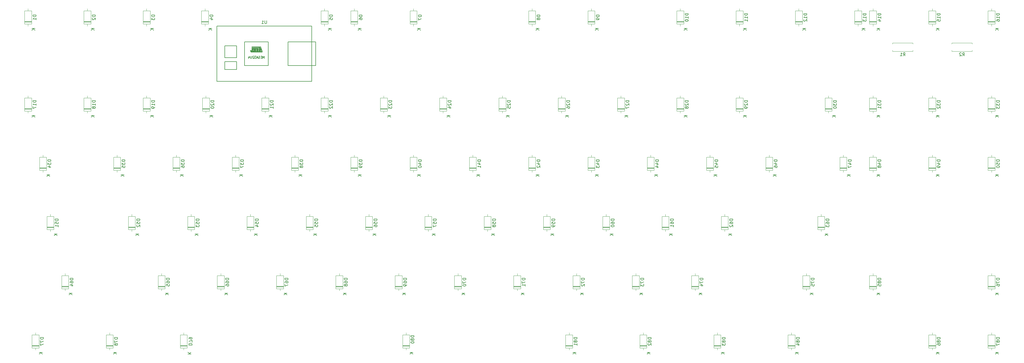
<source format=gbo>
G04 #@! TF.GenerationSoftware,KiCad,Pcbnew,(5.1.4)-1*
G04 #@! TF.CreationDate,2019-11-16T22:40:45+09:00*
G04 #@! TF.ProjectId,yurei,79757265-692e-46b6-9963-61645f706362,1.0*
G04 #@! TF.SameCoordinates,Original*
G04 #@! TF.FileFunction,Legend,Bot*
G04 #@! TF.FilePolarity,Positive*
%FSLAX46Y46*%
G04 Gerber Fmt 4.6, Leading zero omitted, Abs format (unit mm)*
G04 Created by KiCad (PCBNEW (5.1.4)-1) date 2019-11-16 22:40:45*
%MOMM*%
%LPD*%
G04 APERTURE LIST*
%ADD10C,0.100000*%
%ADD11C,0.150000*%
%ADD12C,0.120000*%
G04 APERTURE END LIST*
D10*
G36*
X130334000Y-92900500D02*
G01*
X126524000Y-92900500D01*
X126651000Y-93154500D01*
X130334000Y-93154500D01*
X130334000Y-92900500D01*
G37*
X130334000Y-92900500D02*
X126524000Y-92900500D01*
X126651000Y-93154500D01*
X130334000Y-93154500D01*
X130334000Y-92900500D01*
G36*
X129572000Y-92773500D02*
G01*
X129572000Y-91757500D01*
X129953000Y-91757500D01*
X130334000Y-92773500D01*
X130080000Y-92773500D01*
X129826000Y-92011500D01*
X129826000Y-92773500D01*
X129572000Y-92773500D01*
G37*
X129572000Y-92773500D02*
X129572000Y-91757500D01*
X129953000Y-91757500D01*
X130334000Y-92773500D01*
X130080000Y-92773500D01*
X129826000Y-92011500D01*
X129826000Y-92773500D01*
X129572000Y-92773500D01*
G36*
X126905000Y-91630500D02*
G01*
X129191000Y-91630500D01*
X129191000Y-92773500D01*
X129445000Y-92773500D01*
X129445000Y-91630500D01*
X129953000Y-91630500D01*
X129826000Y-91376500D01*
X126905000Y-91376500D01*
X126905000Y-91630500D01*
G37*
X126905000Y-91630500D02*
X129191000Y-91630500D01*
X129191000Y-92773500D01*
X129445000Y-92773500D01*
X129445000Y-91630500D01*
X129953000Y-91630500D01*
X129826000Y-91376500D01*
X126905000Y-91376500D01*
X126905000Y-91630500D01*
G36*
X128048000Y-92773500D02*
G01*
X128048000Y-91757500D01*
X129064000Y-91757500D01*
X129064000Y-92773500D01*
X128810000Y-92773500D01*
X128810000Y-92011500D01*
X128683000Y-92011500D01*
X128683000Y-92773500D01*
X128429000Y-92773500D01*
X128429000Y-92011500D01*
X128302000Y-92011500D01*
X128302000Y-92773500D01*
X128048000Y-92773500D01*
G37*
X128048000Y-92773500D02*
X128048000Y-91757500D01*
X129064000Y-91757500D01*
X129064000Y-92773500D01*
X128810000Y-92773500D01*
X128810000Y-92011500D01*
X128683000Y-92011500D01*
X128683000Y-92773500D01*
X128429000Y-92773500D01*
X128429000Y-92011500D01*
X128302000Y-92011500D01*
X128302000Y-92773500D01*
X128048000Y-92773500D01*
G36*
X127159000Y-91757500D02*
G01*
X127159000Y-92773500D01*
X126524000Y-92773500D01*
X126397000Y-92519500D01*
X126905000Y-92519500D01*
X126905000Y-91757500D01*
X127159000Y-91757500D01*
G37*
X127159000Y-91757500D02*
X127159000Y-92773500D01*
X126524000Y-92773500D01*
X126397000Y-92519500D01*
X126905000Y-92519500D01*
X126905000Y-91757500D01*
X127159000Y-91757500D01*
G36*
X127921000Y-91757500D02*
G01*
X127286000Y-91757500D01*
X127286000Y-92011500D01*
X127667000Y-92011500D01*
X127667000Y-92138500D01*
X127286000Y-92138500D01*
X127286000Y-92392500D01*
X127667000Y-92392500D01*
X127667000Y-92519500D01*
X127286000Y-92519500D01*
X127286000Y-92773500D01*
X127921000Y-92773500D01*
X127921000Y-91757500D01*
G37*
X127921000Y-91757500D02*
X127286000Y-91757500D01*
X127286000Y-92011500D01*
X127667000Y-92011500D01*
X127667000Y-92138500D01*
X127286000Y-92138500D01*
X127286000Y-92392500D01*
X127667000Y-92392500D01*
X127667000Y-92519500D01*
X127286000Y-92519500D01*
X127286000Y-92773500D01*
X127921000Y-92773500D01*
X127921000Y-91757500D01*
D11*
X146209000Y-102552500D02*
X146209000Y-84772500D01*
X115729000Y-102552500D02*
X146209000Y-102552500D01*
X115729000Y-84772500D02*
X115729000Y-102552500D01*
X146209000Y-84772500D02*
X115729000Y-84772500D01*
X138589000Y-89852500D02*
X138589000Y-97472500D01*
X147479000Y-89852500D02*
X138589000Y-89852500D01*
X147479000Y-97472500D02*
X147479000Y-89852500D01*
X138589000Y-97472500D02*
X147479000Y-97472500D01*
X132239000Y-89852500D02*
X132239000Y-97472500D01*
X124619000Y-89852500D02*
X132239000Y-89852500D01*
X124619000Y-97472500D02*
X124619000Y-89852500D01*
X132239000Y-97472500D02*
X124619000Y-97472500D01*
X118269000Y-94932500D02*
X118269000Y-91122500D01*
X122079000Y-94932500D02*
X118269000Y-94932500D01*
X122079000Y-93662500D02*
X122079000Y-94932500D01*
X122079000Y-91122500D02*
X122079000Y-93662500D01*
X118269000Y-91122500D02*
X122079000Y-91122500D01*
X118269000Y-98742500D02*
X118269000Y-96202500D01*
X122079000Y-98742500D02*
X118269000Y-98742500D01*
X122079000Y-96202500D02*
X122079000Y-98742500D01*
X118269000Y-96202500D02*
X122079000Y-96202500D01*
D12*
X358429000Y-90130000D02*
X358429000Y-90460000D01*
X351889000Y-90130000D02*
X358429000Y-90130000D01*
X351889000Y-90460000D02*
X351889000Y-90130000D01*
X358429000Y-92870000D02*
X358429000Y-92540000D01*
X351889000Y-92870000D02*
X358429000Y-92870000D01*
X351889000Y-92540000D02*
X351889000Y-92870000D01*
X339379000Y-90130000D02*
X339379000Y-90460000D01*
X332839000Y-90130000D02*
X339379000Y-90130000D01*
X332839000Y-90460000D02*
X332839000Y-90130000D01*
X339379000Y-92870000D02*
X339379000Y-92540000D01*
X332839000Y-92870000D02*
X339379000Y-92870000D01*
X332839000Y-92540000D02*
X332839000Y-92870000D01*
X365772000Y-187648000D02*
X363532000Y-187648000D01*
X365772000Y-187408000D02*
X363532000Y-187408000D01*
X365772000Y-187528000D02*
X363532000Y-187528000D01*
X364652000Y-183358000D02*
X364652000Y-184008000D01*
X364652000Y-188898000D02*
X364652000Y-188248000D01*
X365772000Y-184008000D02*
X365772000Y-188248000D01*
X363532000Y-184008000D02*
X365772000Y-184008000D01*
X363532000Y-188248000D02*
X363532000Y-184008000D01*
X365772000Y-188248000D02*
X363532000Y-188248000D01*
X346722000Y-187648000D02*
X344482000Y-187648000D01*
X346722000Y-187408000D02*
X344482000Y-187408000D01*
X346722000Y-187528000D02*
X344482000Y-187528000D01*
X345602000Y-183358000D02*
X345602000Y-184008000D01*
X345602000Y-188898000D02*
X345602000Y-188248000D01*
X346722000Y-184008000D02*
X346722000Y-188248000D01*
X344482000Y-184008000D02*
X346722000Y-184008000D01*
X344482000Y-188248000D02*
X344482000Y-184008000D01*
X346722000Y-188248000D02*
X344482000Y-188248000D01*
X327672000Y-168610000D02*
X325432000Y-168610000D01*
X327672000Y-168370000D02*
X325432000Y-168370000D01*
X327672000Y-168490000D02*
X325432000Y-168490000D01*
X326552000Y-164320000D02*
X326552000Y-164970000D01*
X326552000Y-169860000D02*
X326552000Y-169210000D01*
X327672000Y-164970000D02*
X327672000Y-169210000D01*
X325432000Y-164970000D02*
X327672000Y-164970000D01*
X325432000Y-169210000D02*
X325432000Y-164970000D01*
X327672000Y-169210000D02*
X325432000Y-169210000D01*
X301479000Y-187648000D02*
X299239000Y-187648000D01*
X301479000Y-187408000D02*
X299239000Y-187408000D01*
X301479000Y-187528000D02*
X299239000Y-187528000D01*
X300359000Y-183358000D02*
X300359000Y-184008000D01*
X300359000Y-188898000D02*
X300359000Y-188248000D01*
X301479000Y-184008000D02*
X301479000Y-188248000D01*
X299239000Y-184008000D02*
X301479000Y-184008000D01*
X299239000Y-188248000D02*
X299239000Y-184008000D01*
X301479000Y-188248000D02*
X299239000Y-188248000D01*
X277666000Y-187648000D02*
X275426000Y-187648000D01*
X277666000Y-187408000D02*
X275426000Y-187408000D01*
X277666000Y-187528000D02*
X275426000Y-187528000D01*
X276546000Y-183358000D02*
X276546000Y-184008000D01*
X276546000Y-188898000D02*
X276546000Y-188248000D01*
X277666000Y-184008000D02*
X277666000Y-188248000D01*
X275426000Y-184008000D02*
X277666000Y-184008000D01*
X275426000Y-188248000D02*
X275426000Y-184008000D01*
X277666000Y-188248000D02*
X275426000Y-188248000D01*
X253854000Y-187648000D02*
X251614000Y-187648000D01*
X253854000Y-187408000D02*
X251614000Y-187408000D01*
X253854000Y-187528000D02*
X251614000Y-187528000D01*
X252734000Y-183358000D02*
X252734000Y-184008000D01*
X252734000Y-188898000D02*
X252734000Y-188248000D01*
X253854000Y-184008000D02*
X253854000Y-188248000D01*
X251614000Y-184008000D02*
X253854000Y-184008000D01*
X251614000Y-188248000D02*
X251614000Y-184008000D01*
X253854000Y-188248000D02*
X251614000Y-188248000D01*
X230041000Y-187648000D02*
X227801000Y-187648000D01*
X230041000Y-187408000D02*
X227801000Y-187408000D01*
X230041000Y-187528000D02*
X227801000Y-187528000D01*
X228921000Y-183358000D02*
X228921000Y-184008000D01*
X228921000Y-188898000D02*
X228921000Y-188248000D01*
X230041000Y-184008000D02*
X230041000Y-188248000D01*
X227801000Y-184008000D02*
X230041000Y-184008000D01*
X227801000Y-188248000D02*
X227801000Y-184008000D01*
X230041000Y-188248000D02*
X227801000Y-188248000D01*
X177654000Y-187648000D02*
X175414000Y-187648000D01*
X177654000Y-187408000D02*
X175414000Y-187408000D01*
X177654000Y-187528000D02*
X175414000Y-187528000D01*
X176534000Y-183358000D02*
X176534000Y-184008000D01*
X176534000Y-188898000D02*
X176534000Y-188248000D01*
X177654000Y-184008000D02*
X177654000Y-188248000D01*
X175414000Y-184008000D02*
X177654000Y-184008000D01*
X175414000Y-188248000D02*
X175414000Y-184008000D01*
X177654000Y-188248000D02*
X175414000Y-188248000D01*
X106216000Y-187648000D02*
X103976000Y-187648000D01*
X106216000Y-187408000D02*
X103976000Y-187408000D01*
X106216000Y-187528000D02*
X103976000Y-187528000D01*
X105096000Y-183358000D02*
X105096000Y-184008000D01*
X105096000Y-188898000D02*
X105096000Y-188248000D01*
X106216000Y-184008000D02*
X106216000Y-188248000D01*
X103976000Y-184008000D02*
X106216000Y-184008000D01*
X103976000Y-188248000D02*
X103976000Y-184008000D01*
X106216000Y-188248000D02*
X103976000Y-188248000D01*
X82403800Y-187648000D02*
X80163800Y-187648000D01*
X82403800Y-187408000D02*
X80163800Y-187408000D01*
X82403800Y-187528000D02*
X80163800Y-187528000D01*
X81283800Y-183358000D02*
X81283800Y-184008000D01*
X81283800Y-188898000D02*
X81283800Y-188248000D01*
X82403800Y-184008000D02*
X82403800Y-188248000D01*
X80163800Y-184008000D02*
X82403800Y-184008000D01*
X80163800Y-188248000D02*
X80163800Y-184008000D01*
X82403800Y-188248000D02*
X80163800Y-188248000D01*
X58591200Y-187648000D02*
X56351200Y-187648000D01*
X58591200Y-187408000D02*
X56351200Y-187408000D01*
X58591200Y-187528000D02*
X56351200Y-187528000D01*
X57471200Y-183358000D02*
X57471200Y-184008000D01*
X57471200Y-188898000D02*
X57471200Y-188248000D01*
X58591200Y-184008000D02*
X58591200Y-188248000D01*
X56351200Y-184008000D02*
X58591200Y-184008000D01*
X56351200Y-188248000D02*
X56351200Y-184008000D01*
X58591200Y-188248000D02*
X56351200Y-188248000D01*
X365772000Y-168598000D02*
X363532000Y-168598000D01*
X365772000Y-168358000D02*
X363532000Y-168358000D01*
X365772000Y-168478000D02*
X363532000Y-168478000D01*
X364652000Y-164308000D02*
X364652000Y-164958000D01*
X364652000Y-169848000D02*
X364652000Y-169198000D01*
X365772000Y-164958000D02*
X365772000Y-169198000D01*
X363532000Y-164958000D02*
X365772000Y-164958000D01*
X363532000Y-169198000D02*
X363532000Y-164958000D01*
X365772000Y-169198000D02*
X363532000Y-169198000D01*
X306241000Y-168598000D02*
X304001000Y-168598000D01*
X306241000Y-168358000D02*
X304001000Y-168358000D01*
X306241000Y-168478000D02*
X304001000Y-168478000D01*
X305121000Y-164308000D02*
X305121000Y-164958000D01*
X305121000Y-169848000D02*
X305121000Y-169198000D01*
X306241000Y-164958000D02*
X306241000Y-169198000D01*
X304001000Y-164958000D02*
X306241000Y-164958000D01*
X304001000Y-169198000D02*
X304001000Y-164958000D01*
X306241000Y-169198000D02*
X304001000Y-169198000D01*
X270522000Y-168598000D02*
X268282000Y-168598000D01*
X270522000Y-168358000D02*
X268282000Y-168358000D01*
X270522000Y-168478000D02*
X268282000Y-168478000D01*
X269402000Y-164308000D02*
X269402000Y-164958000D01*
X269402000Y-169848000D02*
X269402000Y-169198000D01*
X270522000Y-164958000D02*
X270522000Y-169198000D01*
X268282000Y-164958000D02*
X270522000Y-164958000D01*
X268282000Y-169198000D02*
X268282000Y-164958000D01*
X270522000Y-169198000D02*
X268282000Y-169198000D01*
X251472000Y-168598000D02*
X249232000Y-168598000D01*
X251472000Y-168358000D02*
X249232000Y-168358000D01*
X251472000Y-168478000D02*
X249232000Y-168478000D01*
X250352000Y-164308000D02*
X250352000Y-164958000D01*
X250352000Y-169848000D02*
X250352000Y-169198000D01*
X251472000Y-164958000D02*
X251472000Y-169198000D01*
X249232000Y-164958000D02*
X251472000Y-164958000D01*
X249232000Y-169198000D02*
X249232000Y-164958000D01*
X251472000Y-169198000D02*
X249232000Y-169198000D01*
X232422000Y-168598000D02*
X230182000Y-168598000D01*
X232422000Y-168358000D02*
X230182000Y-168358000D01*
X232422000Y-168478000D02*
X230182000Y-168478000D01*
X231302000Y-164308000D02*
X231302000Y-164958000D01*
X231302000Y-169848000D02*
X231302000Y-169198000D01*
X232422000Y-164958000D02*
X232422000Y-169198000D01*
X230182000Y-164958000D02*
X232422000Y-164958000D01*
X230182000Y-169198000D02*
X230182000Y-164958000D01*
X232422000Y-169198000D02*
X230182000Y-169198000D01*
X213372000Y-168598000D02*
X211132000Y-168598000D01*
X213372000Y-168358000D02*
X211132000Y-168358000D01*
X213372000Y-168478000D02*
X211132000Y-168478000D01*
X212252000Y-164308000D02*
X212252000Y-164958000D01*
X212252000Y-169848000D02*
X212252000Y-169198000D01*
X213372000Y-164958000D02*
X213372000Y-169198000D01*
X211132000Y-164958000D02*
X213372000Y-164958000D01*
X211132000Y-169198000D02*
X211132000Y-164958000D01*
X213372000Y-169198000D02*
X211132000Y-169198000D01*
X194322000Y-168598000D02*
X192082000Y-168598000D01*
X194322000Y-168358000D02*
X192082000Y-168358000D01*
X194322000Y-168478000D02*
X192082000Y-168478000D01*
X193202000Y-164308000D02*
X193202000Y-164958000D01*
X193202000Y-169848000D02*
X193202000Y-169198000D01*
X194322000Y-164958000D02*
X194322000Y-169198000D01*
X192082000Y-164958000D02*
X194322000Y-164958000D01*
X192082000Y-169198000D02*
X192082000Y-164958000D01*
X194322000Y-169198000D02*
X192082000Y-169198000D01*
X175272000Y-168598000D02*
X173032000Y-168598000D01*
X175272000Y-168358000D02*
X173032000Y-168358000D01*
X175272000Y-168478000D02*
X173032000Y-168478000D01*
X174152000Y-164308000D02*
X174152000Y-164958000D01*
X174152000Y-169848000D02*
X174152000Y-169198000D01*
X175272000Y-164958000D02*
X175272000Y-169198000D01*
X173032000Y-164958000D02*
X175272000Y-164958000D01*
X173032000Y-169198000D02*
X173032000Y-164958000D01*
X175272000Y-169198000D02*
X173032000Y-169198000D01*
X156222000Y-168598000D02*
X153982000Y-168598000D01*
X156222000Y-168358000D02*
X153982000Y-168358000D01*
X156222000Y-168478000D02*
X153982000Y-168478000D01*
X155102000Y-164308000D02*
X155102000Y-164958000D01*
X155102000Y-169848000D02*
X155102000Y-169198000D01*
X156222000Y-164958000D02*
X156222000Y-169198000D01*
X153982000Y-164958000D02*
X156222000Y-164958000D01*
X153982000Y-169198000D02*
X153982000Y-164958000D01*
X156222000Y-169198000D02*
X153982000Y-169198000D01*
X137172000Y-168598000D02*
X134932000Y-168598000D01*
X137172000Y-168358000D02*
X134932000Y-168358000D01*
X137172000Y-168478000D02*
X134932000Y-168478000D01*
X136052000Y-164308000D02*
X136052000Y-164958000D01*
X136052000Y-169848000D02*
X136052000Y-169198000D01*
X137172000Y-164958000D02*
X137172000Y-169198000D01*
X134932000Y-164958000D02*
X137172000Y-164958000D01*
X134932000Y-169198000D02*
X134932000Y-164958000D01*
X137172000Y-169198000D02*
X134932000Y-169198000D01*
X118122000Y-168598000D02*
X115882000Y-168598000D01*
X118122000Y-168358000D02*
X115882000Y-168358000D01*
X118122000Y-168478000D02*
X115882000Y-168478000D01*
X117002000Y-164308000D02*
X117002000Y-164958000D01*
X117002000Y-169848000D02*
X117002000Y-169198000D01*
X118122000Y-164958000D02*
X118122000Y-169198000D01*
X115882000Y-164958000D02*
X118122000Y-164958000D01*
X115882000Y-169198000D02*
X115882000Y-164958000D01*
X118122000Y-169198000D02*
X115882000Y-169198000D01*
X99072500Y-168598000D02*
X96832500Y-168598000D01*
X99072500Y-168358000D02*
X96832500Y-168358000D01*
X99072500Y-168478000D02*
X96832500Y-168478000D01*
X97952500Y-164308000D02*
X97952500Y-164958000D01*
X97952500Y-169848000D02*
X97952500Y-169198000D01*
X99072500Y-164958000D02*
X99072500Y-169198000D01*
X96832500Y-164958000D02*
X99072500Y-164958000D01*
X96832500Y-169198000D02*
X96832500Y-164958000D01*
X99072500Y-169198000D02*
X96832500Y-169198000D01*
X68116200Y-168598000D02*
X65876200Y-168598000D01*
X68116200Y-168358000D02*
X65876200Y-168358000D01*
X68116200Y-168478000D02*
X65876200Y-168478000D01*
X66996200Y-164308000D02*
X66996200Y-164958000D01*
X66996200Y-169848000D02*
X66996200Y-169198000D01*
X68116200Y-164958000D02*
X68116200Y-169198000D01*
X65876200Y-164958000D02*
X68116200Y-164958000D01*
X65876200Y-169198000D02*
X65876200Y-164958000D01*
X68116200Y-169198000D02*
X65876200Y-169198000D01*
X311004000Y-149548000D02*
X308764000Y-149548000D01*
X311004000Y-149308000D02*
X308764000Y-149308000D01*
X311004000Y-149428000D02*
X308764000Y-149428000D01*
X309884000Y-145258000D02*
X309884000Y-145908000D01*
X309884000Y-150798000D02*
X309884000Y-150148000D01*
X311004000Y-145908000D02*
X311004000Y-150148000D01*
X308764000Y-145908000D02*
X311004000Y-145908000D01*
X308764000Y-150148000D02*
X308764000Y-145908000D01*
X311004000Y-150148000D02*
X308764000Y-150148000D01*
X280048000Y-149548000D02*
X277808000Y-149548000D01*
X280048000Y-149308000D02*
X277808000Y-149308000D01*
X280048000Y-149428000D02*
X277808000Y-149428000D01*
X278928000Y-145258000D02*
X278928000Y-145908000D01*
X278928000Y-150798000D02*
X278928000Y-150148000D01*
X280048000Y-145908000D02*
X280048000Y-150148000D01*
X277808000Y-145908000D02*
X280048000Y-145908000D01*
X277808000Y-150148000D02*
X277808000Y-145908000D01*
X280048000Y-150148000D02*
X277808000Y-150148000D01*
X260998000Y-149548000D02*
X258758000Y-149548000D01*
X260998000Y-149308000D02*
X258758000Y-149308000D01*
X260998000Y-149428000D02*
X258758000Y-149428000D01*
X259878000Y-145258000D02*
X259878000Y-145908000D01*
X259878000Y-150798000D02*
X259878000Y-150148000D01*
X260998000Y-145908000D02*
X260998000Y-150148000D01*
X258758000Y-145908000D02*
X260998000Y-145908000D01*
X258758000Y-150148000D02*
X258758000Y-145908000D01*
X260998000Y-150148000D02*
X258758000Y-150148000D01*
X241948000Y-149548000D02*
X239708000Y-149548000D01*
X241948000Y-149308000D02*
X239708000Y-149308000D01*
X241948000Y-149428000D02*
X239708000Y-149428000D01*
X240828000Y-145258000D02*
X240828000Y-145908000D01*
X240828000Y-150798000D02*
X240828000Y-150148000D01*
X241948000Y-145908000D02*
X241948000Y-150148000D01*
X239708000Y-145908000D02*
X241948000Y-145908000D01*
X239708000Y-150148000D02*
X239708000Y-145908000D01*
X241948000Y-150148000D02*
X239708000Y-150148000D01*
X222898000Y-149548000D02*
X220658000Y-149548000D01*
X222898000Y-149308000D02*
X220658000Y-149308000D01*
X222898000Y-149428000D02*
X220658000Y-149428000D01*
X221778000Y-145258000D02*
X221778000Y-145908000D01*
X221778000Y-150798000D02*
X221778000Y-150148000D01*
X222898000Y-145908000D02*
X222898000Y-150148000D01*
X220658000Y-145908000D02*
X222898000Y-145908000D01*
X220658000Y-150148000D02*
X220658000Y-145908000D01*
X222898000Y-150148000D02*
X220658000Y-150148000D01*
X203848000Y-149548000D02*
X201608000Y-149548000D01*
X203848000Y-149308000D02*
X201608000Y-149308000D01*
X203848000Y-149428000D02*
X201608000Y-149428000D01*
X202728000Y-145258000D02*
X202728000Y-145908000D01*
X202728000Y-150798000D02*
X202728000Y-150148000D01*
X203848000Y-145908000D02*
X203848000Y-150148000D01*
X201608000Y-145908000D02*
X203848000Y-145908000D01*
X201608000Y-150148000D02*
X201608000Y-145908000D01*
X203848000Y-150148000D02*
X201608000Y-150148000D01*
X184798000Y-149548000D02*
X182558000Y-149548000D01*
X184798000Y-149308000D02*
X182558000Y-149308000D01*
X184798000Y-149428000D02*
X182558000Y-149428000D01*
X183678000Y-145258000D02*
X183678000Y-145908000D01*
X183678000Y-150798000D02*
X183678000Y-150148000D01*
X184798000Y-145908000D02*
X184798000Y-150148000D01*
X182558000Y-145908000D02*
X184798000Y-145908000D01*
X182558000Y-150148000D02*
X182558000Y-145908000D01*
X184798000Y-150148000D02*
X182558000Y-150148000D01*
X165748000Y-149548000D02*
X163508000Y-149548000D01*
X165748000Y-149308000D02*
X163508000Y-149308000D01*
X165748000Y-149428000D02*
X163508000Y-149428000D01*
X164628000Y-145258000D02*
X164628000Y-145908000D01*
X164628000Y-150798000D02*
X164628000Y-150148000D01*
X165748000Y-145908000D02*
X165748000Y-150148000D01*
X163508000Y-145908000D02*
X165748000Y-145908000D01*
X163508000Y-150148000D02*
X163508000Y-145908000D01*
X165748000Y-150148000D02*
X163508000Y-150148000D01*
X146698000Y-149548000D02*
X144458000Y-149548000D01*
X146698000Y-149308000D02*
X144458000Y-149308000D01*
X146698000Y-149428000D02*
X144458000Y-149428000D01*
X145578000Y-145258000D02*
X145578000Y-145908000D01*
X145578000Y-150798000D02*
X145578000Y-150148000D01*
X146698000Y-145908000D02*
X146698000Y-150148000D01*
X144458000Y-145908000D02*
X146698000Y-145908000D01*
X144458000Y-150148000D02*
X144458000Y-145908000D01*
X146698000Y-150148000D02*
X144458000Y-150148000D01*
X127648000Y-149548000D02*
X125408000Y-149548000D01*
X127648000Y-149308000D02*
X125408000Y-149308000D01*
X127648000Y-149428000D02*
X125408000Y-149428000D01*
X126528000Y-145258000D02*
X126528000Y-145908000D01*
X126528000Y-150798000D02*
X126528000Y-150148000D01*
X127648000Y-145908000D02*
X127648000Y-150148000D01*
X125408000Y-145908000D02*
X127648000Y-145908000D01*
X125408000Y-150148000D02*
X125408000Y-145908000D01*
X127648000Y-150148000D02*
X125408000Y-150148000D01*
X108598000Y-149548000D02*
X106358000Y-149548000D01*
X108598000Y-149308000D02*
X106358000Y-149308000D01*
X108598000Y-149428000D02*
X106358000Y-149428000D01*
X107478000Y-145258000D02*
X107478000Y-145908000D01*
X107478000Y-150798000D02*
X107478000Y-150148000D01*
X108598000Y-145908000D02*
X108598000Y-150148000D01*
X106358000Y-145908000D02*
X108598000Y-145908000D01*
X106358000Y-150148000D02*
X106358000Y-145908000D01*
X108598000Y-150148000D02*
X106358000Y-150148000D01*
X89547500Y-149548000D02*
X87307500Y-149548000D01*
X89547500Y-149308000D02*
X87307500Y-149308000D01*
X89547500Y-149428000D02*
X87307500Y-149428000D01*
X88427500Y-145258000D02*
X88427500Y-145908000D01*
X88427500Y-150798000D02*
X88427500Y-150148000D01*
X89547500Y-145908000D02*
X89547500Y-150148000D01*
X87307500Y-145908000D02*
X89547500Y-145908000D01*
X87307500Y-150148000D02*
X87307500Y-145908000D01*
X89547500Y-150148000D02*
X87307500Y-150148000D01*
X63353800Y-149548000D02*
X61113800Y-149548000D01*
X63353800Y-149308000D02*
X61113800Y-149308000D01*
X63353800Y-149428000D02*
X61113800Y-149428000D01*
X62233800Y-145258000D02*
X62233800Y-145908000D01*
X62233800Y-150798000D02*
X62233800Y-150148000D01*
X63353800Y-145908000D02*
X63353800Y-150148000D01*
X61113800Y-145908000D02*
X63353800Y-145908000D01*
X61113800Y-150148000D02*
X61113800Y-145908000D01*
X63353800Y-150148000D02*
X61113800Y-150148000D01*
X365772000Y-130498000D02*
X363532000Y-130498000D01*
X365772000Y-130258000D02*
X363532000Y-130258000D01*
X365772000Y-130378000D02*
X363532000Y-130378000D01*
X364652000Y-126208000D02*
X364652000Y-126858000D01*
X364652000Y-131748000D02*
X364652000Y-131098000D01*
X365772000Y-126858000D02*
X365772000Y-131098000D01*
X363532000Y-126858000D02*
X365772000Y-126858000D01*
X363532000Y-131098000D02*
X363532000Y-126858000D01*
X365772000Y-131098000D02*
X363532000Y-131098000D01*
X346722000Y-130498000D02*
X344482000Y-130498000D01*
X346722000Y-130258000D02*
X344482000Y-130258000D01*
X346722000Y-130378000D02*
X344482000Y-130378000D01*
X345602000Y-126208000D02*
X345602000Y-126858000D01*
X345602000Y-131748000D02*
X345602000Y-131098000D01*
X346722000Y-126858000D02*
X346722000Y-131098000D01*
X344482000Y-126858000D02*
X346722000Y-126858000D01*
X344482000Y-131098000D02*
X344482000Y-126858000D01*
X346722000Y-131098000D02*
X344482000Y-131098000D01*
X327672000Y-130498000D02*
X325432000Y-130498000D01*
X327672000Y-130258000D02*
X325432000Y-130258000D01*
X327672000Y-130378000D02*
X325432000Y-130378000D01*
X326552000Y-126208000D02*
X326552000Y-126858000D01*
X326552000Y-131748000D02*
X326552000Y-131098000D01*
X327672000Y-126858000D02*
X327672000Y-131098000D01*
X325432000Y-126858000D02*
X327672000Y-126858000D01*
X325432000Y-131098000D02*
X325432000Y-126858000D01*
X327672000Y-131098000D02*
X325432000Y-131098000D01*
X318148000Y-130498000D02*
X315908000Y-130498000D01*
X318148000Y-130258000D02*
X315908000Y-130258000D01*
X318148000Y-130378000D02*
X315908000Y-130378000D01*
X317028000Y-126208000D02*
X317028000Y-126858000D01*
X317028000Y-131748000D02*
X317028000Y-131098000D01*
X318148000Y-126858000D02*
X318148000Y-131098000D01*
X315908000Y-126858000D02*
X318148000Y-126858000D01*
X315908000Y-131098000D02*
X315908000Y-126858000D01*
X318148000Y-131098000D02*
X315908000Y-131098000D01*
X294335000Y-130498000D02*
X292095000Y-130498000D01*
X294335000Y-130258000D02*
X292095000Y-130258000D01*
X294335000Y-130378000D02*
X292095000Y-130378000D01*
X293215000Y-126208000D02*
X293215000Y-126858000D01*
X293215000Y-131748000D02*
X293215000Y-131098000D01*
X294335000Y-126858000D02*
X294335000Y-131098000D01*
X292095000Y-126858000D02*
X294335000Y-126858000D01*
X292095000Y-131098000D02*
X292095000Y-126858000D01*
X294335000Y-131098000D02*
X292095000Y-131098000D01*
X275285000Y-130498000D02*
X273045000Y-130498000D01*
X275285000Y-130258000D02*
X273045000Y-130258000D01*
X275285000Y-130378000D02*
X273045000Y-130378000D01*
X274165000Y-126208000D02*
X274165000Y-126858000D01*
X274165000Y-131748000D02*
X274165000Y-131098000D01*
X275285000Y-126858000D02*
X275285000Y-131098000D01*
X273045000Y-126858000D02*
X275285000Y-126858000D01*
X273045000Y-131098000D02*
X273045000Y-126858000D01*
X275285000Y-131098000D02*
X273045000Y-131098000D01*
X256235000Y-130498000D02*
X253995000Y-130498000D01*
X256235000Y-130258000D02*
X253995000Y-130258000D01*
X256235000Y-130378000D02*
X253995000Y-130378000D01*
X255115000Y-126208000D02*
X255115000Y-126858000D01*
X255115000Y-131748000D02*
X255115000Y-131098000D01*
X256235000Y-126858000D02*
X256235000Y-131098000D01*
X253995000Y-126858000D02*
X256235000Y-126858000D01*
X253995000Y-131098000D02*
X253995000Y-126858000D01*
X256235000Y-131098000D02*
X253995000Y-131098000D01*
X237185000Y-130498000D02*
X234945000Y-130498000D01*
X237185000Y-130258000D02*
X234945000Y-130258000D01*
X237185000Y-130378000D02*
X234945000Y-130378000D01*
X236065000Y-126208000D02*
X236065000Y-126858000D01*
X236065000Y-131748000D02*
X236065000Y-131098000D01*
X237185000Y-126858000D02*
X237185000Y-131098000D01*
X234945000Y-126858000D02*
X237185000Y-126858000D01*
X234945000Y-131098000D02*
X234945000Y-126858000D01*
X237185000Y-131098000D02*
X234945000Y-131098000D01*
X218135000Y-130498000D02*
X215895000Y-130498000D01*
X218135000Y-130258000D02*
X215895000Y-130258000D01*
X218135000Y-130378000D02*
X215895000Y-130378000D01*
X217015000Y-126208000D02*
X217015000Y-126858000D01*
X217015000Y-131748000D02*
X217015000Y-131098000D01*
X218135000Y-126858000D02*
X218135000Y-131098000D01*
X215895000Y-126858000D02*
X218135000Y-126858000D01*
X215895000Y-131098000D02*
X215895000Y-126858000D01*
X218135000Y-131098000D02*
X215895000Y-131098000D01*
X199085000Y-130498000D02*
X196845000Y-130498000D01*
X199085000Y-130258000D02*
X196845000Y-130258000D01*
X199085000Y-130378000D02*
X196845000Y-130378000D01*
X197965000Y-126208000D02*
X197965000Y-126858000D01*
X197965000Y-131748000D02*
X197965000Y-131098000D01*
X199085000Y-126858000D02*
X199085000Y-131098000D01*
X196845000Y-126858000D02*
X199085000Y-126858000D01*
X196845000Y-131098000D02*
X196845000Y-126858000D01*
X199085000Y-131098000D02*
X196845000Y-131098000D01*
X180035000Y-130498000D02*
X177795000Y-130498000D01*
X180035000Y-130258000D02*
X177795000Y-130258000D01*
X180035000Y-130378000D02*
X177795000Y-130378000D01*
X178915000Y-126208000D02*
X178915000Y-126858000D01*
X178915000Y-131748000D02*
X178915000Y-131098000D01*
X180035000Y-126858000D02*
X180035000Y-131098000D01*
X177795000Y-126858000D02*
X180035000Y-126858000D01*
X177795000Y-131098000D02*
X177795000Y-126858000D01*
X180035000Y-131098000D02*
X177795000Y-131098000D01*
X160985000Y-130498000D02*
X158745000Y-130498000D01*
X160985000Y-130258000D02*
X158745000Y-130258000D01*
X160985000Y-130378000D02*
X158745000Y-130378000D01*
X159865000Y-126208000D02*
X159865000Y-126858000D01*
X159865000Y-131748000D02*
X159865000Y-131098000D01*
X160985000Y-126858000D02*
X160985000Y-131098000D01*
X158745000Y-126858000D02*
X160985000Y-126858000D01*
X158745000Y-131098000D02*
X158745000Y-126858000D01*
X160985000Y-131098000D02*
X158745000Y-131098000D01*
X141935000Y-130498000D02*
X139695000Y-130498000D01*
X141935000Y-130258000D02*
X139695000Y-130258000D01*
X141935000Y-130378000D02*
X139695000Y-130378000D01*
X140815000Y-126208000D02*
X140815000Y-126858000D01*
X140815000Y-131748000D02*
X140815000Y-131098000D01*
X141935000Y-126858000D02*
X141935000Y-131098000D01*
X139695000Y-126858000D02*
X141935000Y-126858000D01*
X139695000Y-131098000D02*
X139695000Y-126858000D01*
X141935000Y-131098000D02*
X139695000Y-131098000D01*
X122885000Y-130498000D02*
X120645000Y-130498000D01*
X122885000Y-130258000D02*
X120645000Y-130258000D01*
X122885000Y-130378000D02*
X120645000Y-130378000D01*
X121765000Y-126208000D02*
X121765000Y-126858000D01*
X121765000Y-131748000D02*
X121765000Y-131098000D01*
X122885000Y-126858000D02*
X122885000Y-131098000D01*
X120645000Y-126858000D02*
X122885000Y-126858000D01*
X120645000Y-131098000D02*
X120645000Y-126858000D01*
X122885000Y-131098000D02*
X120645000Y-131098000D01*
X103835000Y-130498000D02*
X101595000Y-130498000D01*
X103835000Y-130258000D02*
X101595000Y-130258000D01*
X103835000Y-130378000D02*
X101595000Y-130378000D01*
X102715000Y-126208000D02*
X102715000Y-126858000D01*
X102715000Y-131748000D02*
X102715000Y-131098000D01*
X103835000Y-126858000D02*
X103835000Y-131098000D01*
X101595000Y-126858000D02*
X103835000Y-126858000D01*
X101595000Y-131098000D02*
X101595000Y-126858000D01*
X103835000Y-131098000D02*
X101595000Y-131098000D01*
X84785000Y-130498000D02*
X82545000Y-130498000D01*
X84785000Y-130258000D02*
X82545000Y-130258000D01*
X84785000Y-130378000D02*
X82545000Y-130378000D01*
X83665000Y-126208000D02*
X83665000Y-126858000D01*
X83665000Y-131748000D02*
X83665000Y-131098000D01*
X84785000Y-126858000D02*
X84785000Y-131098000D01*
X82545000Y-126858000D02*
X84785000Y-126858000D01*
X82545000Y-131098000D02*
X82545000Y-126858000D01*
X84785000Y-131098000D02*
X82545000Y-131098000D01*
X60972500Y-130498000D02*
X58732500Y-130498000D01*
X60972500Y-130258000D02*
X58732500Y-130258000D01*
X60972500Y-130378000D02*
X58732500Y-130378000D01*
X59852500Y-126208000D02*
X59852500Y-126858000D01*
X59852500Y-131748000D02*
X59852500Y-131098000D01*
X60972500Y-126858000D02*
X60972500Y-131098000D01*
X58732500Y-126858000D02*
X60972500Y-126858000D01*
X58732500Y-131098000D02*
X58732500Y-126858000D01*
X60972500Y-131098000D02*
X58732500Y-131098000D01*
X365772000Y-111448000D02*
X363532000Y-111448000D01*
X365772000Y-111208000D02*
X363532000Y-111208000D01*
X365772000Y-111328000D02*
X363532000Y-111328000D01*
X364652000Y-107158000D02*
X364652000Y-107808000D01*
X364652000Y-112698000D02*
X364652000Y-112048000D01*
X365772000Y-107808000D02*
X365772000Y-112048000D01*
X363532000Y-107808000D02*
X365772000Y-107808000D01*
X363532000Y-112048000D02*
X363532000Y-107808000D01*
X365772000Y-112048000D02*
X363532000Y-112048000D01*
X346722000Y-111448000D02*
X344482000Y-111448000D01*
X346722000Y-111208000D02*
X344482000Y-111208000D01*
X346722000Y-111328000D02*
X344482000Y-111328000D01*
X345602000Y-107158000D02*
X345602000Y-107808000D01*
X345602000Y-112698000D02*
X345602000Y-112048000D01*
X346722000Y-107808000D02*
X346722000Y-112048000D01*
X344482000Y-107808000D02*
X346722000Y-107808000D01*
X344482000Y-112048000D02*
X344482000Y-107808000D01*
X346722000Y-112048000D02*
X344482000Y-112048000D01*
X327672000Y-111448000D02*
X325432000Y-111448000D01*
X327672000Y-111208000D02*
X325432000Y-111208000D01*
X327672000Y-111328000D02*
X325432000Y-111328000D01*
X326552000Y-107158000D02*
X326552000Y-107808000D01*
X326552000Y-112698000D02*
X326552000Y-112048000D01*
X327672000Y-107808000D02*
X327672000Y-112048000D01*
X325432000Y-107808000D02*
X327672000Y-107808000D01*
X325432000Y-112048000D02*
X325432000Y-107808000D01*
X327672000Y-112048000D02*
X325432000Y-112048000D01*
X313385000Y-111448000D02*
X311145000Y-111448000D01*
X313385000Y-111208000D02*
X311145000Y-111208000D01*
X313385000Y-111328000D02*
X311145000Y-111328000D01*
X312265000Y-107158000D02*
X312265000Y-107808000D01*
X312265000Y-112698000D02*
X312265000Y-112048000D01*
X313385000Y-107808000D02*
X313385000Y-112048000D01*
X311145000Y-107808000D02*
X313385000Y-107808000D01*
X311145000Y-112048000D02*
X311145000Y-107808000D01*
X313385000Y-112048000D02*
X311145000Y-112048000D01*
X284810000Y-111448000D02*
X282570000Y-111448000D01*
X284810000Y-111208000D02*
X282570000Y-111208000D01*
X284810000Y-111328000D02*
X282570000Y-111328000D01*
X283690000Y-107158000D02*
X283690000Y-107808000D01*
X283690000Y-112698000D02*
X283690000Y-112048000D01*
X284810000Y-107808000D02*
X284810000Y-112048000D01*
X282570000Y-107808000D02*
X284810000Y-107808000D01*
X282570000Y-112048000D02*
X282570000Y-107808000D01*
X284810000Y-112048000D02*
X282570000Y-112048000D01*
X265760000Y-111448000D02*
X263520000Y-111448000D01*
X265760000Y-111208000D02*
X263520000Y-111208000D01*
X265760000Y-111328000D02*
X263520000Y-111328000D01*
X264640000Y-107158000D02*
X264640000Y-107808000D01*
X264640000Y-112698000D02*
X264640000Y-112048000D01*
X265760000Y-107808000D02*
X265760000Y-112048000D01*
X263520000Y-107808000D02*
X265760000Y-107808000D01*
X263520000Y-112048000D02*
X263520000Y-107808000D01*
X265760000Y-112048000D02*
X263520000Y-112048000D01*
X246710000Y-111448000D02*
X244470000Y-111448000D01*
X246710000Y-111208000D02*
X244470000Y-111208000D01*
X246710000Y-111328000D02*
X244470000Y-111328000D01*
X245590000Y-107158000D02*
X245590000Y-107808000D01*
X245590000Y-112698000D02*
X245590000Y-112048000D01*
X246710000Y-107808000D02*
X246710000Y-112048000D01*
X244470000Y-107808000D02*
X246710000Y-107808000D01*
X244470000Y-112048000D02*
X244470000Y-107808000D01*
X246710000Y-112048000D02*
X244470000Y-112048000D01*
X227660000Y-111448000D02*
X225420000Y-111448000D01*
X227660000Y-111208000D02*
X225420000Y-111208000D01*
X227660000Y-111328000D02*
X225420000Y-111328000D01*
X226540000Y-107158000D02*
X226540000Y-107808000D01*
X226540000Y-112698000D02*
X226540000Y-112048000D01*
X227660000Y-107808000D02*
X227660000Y-112048000D01*
X225420000Y-107808000D02*
X227660000Y-107808000D01*
X225420000Y-112048000D02*
X225420000Y-107808000D01*
X227660000Y-112048000D02*
X225420000Y-112048000D01*
X208610000Y-111448000D02*
X206370000Y-111448000D01*
X208610000Y-111208000D02*
X206370000Y-111208000D01*
X208610000Y-111328000D02*
X206370000Y-111328000D01*
X207490000Y-107158000D02*
X207490000Y-107808000D01*
X207490000Y-112698000D02*
X207490000Y-112048000D01*
X208610000Y-107808000D02*
X208610000Y-112048000D01*
X206370000Y-107808000D02*
X208610000Y-107808000D01*
X206370000Y-112048000D02*
X206370000Y-107808000D01*
X208610000Y-112048000D02*
X206370000Y-112048000D01*
X189560000Y-111448000D02*
X187320000Y-111448000D01*
X189560000Y-111208000D02*
X187320000Y-111208000D01*
X189560000Y-111328000D02*
X187320000Y-111328000D01*
X188440000Y-107158000D02*
X188440000Y-107808000D01*
X188440000Y-112698000D02*
X188440000Y-112048000D01*
X189560000Y-107808000D02*
X189560000Y-112048000D01*
X187320000Y-107808000D02*
X189560000Y-107808000D01*
X187320000Y-112048000D02*
X187320000Y-107808000D01*
X189560000Y-112048000D02*
X187320000Y-112048000D01*
X170510000Y-111448000D02*
X168270000Y-111448000D01*
X170510000Y-111208000D02*
X168270000Y-111208000D01*
X170510000Y-111328000D02*
X168270000Y-111328000D01*
X169390000Y-107158000D02*
X169390000Y-107808000D01*
X169390000Y-112698000D02*
X169390000Y-112048000D01*
X170510000Y-107808000D02*
X170510000Y-112048000D01*
X168270000Y-107808000D02*
X170510000Y-107808000D01*
X168270000Y-112048000D02*
X168270000Y-107808000D01*
X170510000Y-112048000D02*
X168270000Y-112048000D01*
X151460000Y-111448000D02*
X149220000Y-111448000D01*
X151460000Y-111208000D02*
X149220000Y-111208000D01*
X151460000Y-111328000D02*
X149220000Y-111328000D01*
X150340000Y-107158000D02*
X150340000Y-107808000D01*
X150340000Y-112698000D02*
X150340000Y-112048000D01*
X151460000Y-107808000D02*
X151460000Y-112048000D01*
X149220000Y-107808000D02*
X151460000Y-107808000D01*
X149220000Y-112048000D02*
X149220000Y-107808000D01*
X151460000Y-112048000D02*
X149220000Y-112048000D01*
X132410000Y-111448000D02*
X130170000Y-111448000D01*
X132410000Y-111208000D02*
X130170000Y-111208000D01*
X132410000Y-111328000D02*
X130170000Y-111328000D01*
X131290000Y-107158000D02*
X131290000Y-107808000D01*
X131290000Y-112698000D02*
X131290000Y-112048000D01*
X132410000Y-107808000D02*
X132410000Y-112048000D01*
X130170000Y-107808000D02*
X132410000Y-107808000D01*
X130170000Y-112048000D02*
X130170000Y-107808000D01*
X132410000Y-112048000D02*
X130170000Y-112048000D01*
X113360000Y-111448000D02*
X111120000Y-111448000D01*
X113360000Y-111208000D02*
X111120000Y-111208000D01*
X113360000Y-111328000D02*
X111120000Y-111328000D01*
X112240000Y-107158000D02*
X112240000Y-107808000D01*
X112240000Y-112698000D02*
X112240000Y-112048000D01*
X113360000Y-107808000D02*
X113360000Y-112048000D01*
X111120000Y-107808000D02*
X113360000Y-107808000D01*
X111120000Y-112048000D02*
X111120000Y-107808000D01*
X113360000Y-112048000D02*
X111120000Y-112048000D01*
X94310000Y-111448000D02*
X92070000Y-111448000D01*
X94310000Y-111208000D02*
X92070000Y-111208000D01*
X94310000Y-111328000D02*
X92070000Y-111328000D01*
X93190000Y-107158000D02*
X93190000Y-107808000D01*
X93190000Y-112698000D02*
X93190000Y-112048000D01*
X94310000Y-107808000D02*
X94310000Y-112048000D01*
X92070000Y-107808000D02*
X94310000Y-107808000D01*
X92070000Y-112048000D02*
X92070000Y-107808000D01*
X94310000Y-112048000D02*
X92070000Y-112048000D01*
X75260000Y-111448000D02*
X73020000Y-111448000D01*
X75260000Y-111208000D02*
X73020000Y-111208000D01*
X75260000Y-111328000D02*
X73020000Y-111328000D01*
X74140000Y-107158000D02*
X74140000Y-107808000D01*
X74140000Y-112698000D02*
X74140000Y-112048000D01*
X75260000Y-107808000D02*
X75260000Y-112048000D01*
X73020000Y-107808000D02*
X75260000Y-107808000D01*
X73020000Y-112048000D02*
X73020000Y-107808000D01*
X75260000Y-112048000D02*
X73020000Y-112048000D01*
X56210000Y-111448000D02*
X53970000Y-111448000D01*
X56210000Y-111208000D02*
X53970000Y-111208000D01*
X56210000Y-111328000D02*
X53970000Y-111328000D01*
X55090000Y-107158000D02*
X55090000Y-107808000D01*
X55090000Y-112698000D02*
X55090000Y-112048000D01*
X56210000Y-107808000D02*
X56210000Y-112048000D01*
X53970000Y-107808000D02*
X56210000Y-107808000D01*
X53970000Y-112048000D02*
X53970000Y-107808000D01*
X56210000Y-112048000D02*
X53970000Y-112048000D01*
X365772000Y-83445000D02*
X363532000Y-83445000D01*
X365772000Y-83205000D02*
X363532000Y-83205000D01*
X365772000Y-83325000D02*
X363532000Y-83325000D01*
X364652000Y-79155000D02*
X364652000Y-79805000D01*
X364652000Y-84695000D02*
X364652000Y-84045000D01*
X365772000Y-79805000D02*
X365772000Y-84045000D01*
X363532000Y-79805000D02*
X365772000Y-79805000D01*
X363532000Y-84045000D02*
X363532000Y-79805000D01*
X365772000Y-84045000D02*
X363532000Y-84045000D01*
X346722000Y-83445000D02*
X344482000Y-83445000D01*
X346722000Y-83205000D02*
X344482000Y-83205000D01*
X346722000Y-83325000D02*
X344482000Y-83325000D01*
X345602000Y-79155000D02*
X345602000Y-79805000D01*
X345602000Y-84695000D02*
X345602000Y-84045000D01*
X346722000Y-79805000D02*
X346722000Y-84045000D01*
X344482000Y-79805000D02*
X346722000Y-79805000D01*
X344482000Y-84045000D02*
X344482000Y-79805000D01*
X346722000Y-84045000D02*
X344482000Y-84045000D01*
X327672000Y-83445000D02*
X325432000Y-83445000D01*
X327672000Y-83205000D02*
X325432000Y-83205000D01*
X327672000Y-83325000D02*
X325432000Y-83325000D01*
X326552000Y-79155000D02*
X326552000Y-79805000D01*
X326552000Y-84695000D02*
X326552000Y-84045000D01*
X327672000Y-79805000D02*
X327672000Y-84045000D01*
X325432000Y-79805000D02*
X327672000Y-79805000D01*
X325432000Y-84045000D02*
X325432000Y-79805000D01*
X327672000Y-84045000D02*
X325432000Y-84045000D01*
X322910000Y-83445000D02*
X320670000Y-83445000D01*
X322910000Y-83205000D02*
X320670000Y-83205000D01*
X322910000Y-83325000D02*
X320670000Y-83325000D01*
X321790000Y-79155000D02*
X321790000Y-79805000D01*
X321790000Y-84695000D02*
X321790000Y-84045000D01*
X322910000Y-79805000D02*
X322910000Y-84045000D01*
X320670000Y-79805000D02*
X322910000Y-79805000D01*
X320670000Y-84045000D02*
X320670000Y-79805000D01*
X322910000Y-84045000D02*
X320670000Y-84045000D01*
X303860000Y-83445000D02*
X301620000Y-83445000D01*
X303860000Y-83205000D02*
X301620000Y-83205000D01*
X303860000Y-83325000D02*
X301620000Y-83325000D01*
X302740000Y-79155000D02*
X302740000Y-79805000D01*
X302740000Y-84695000D02*
X302740000Y-84045000D01*
X303860000Y-79805000D02*
X303860000Y-84045000D01*
X301620000Y-79805000D02*
X303860000Y-79805000D01*
X301620000Y-84045000D02*
X301620000Y-79805000D01*
X303860000Y-84045000D02*
X301620000Y-84045000D01*
X284810000Y-83445000D02*
X282570000Y-83445000D01*
X284810000Y-83205000D02*
X282570000Y-83205000D01*
X284810000Y-83325000D02*
X282570000Y-83325000D01*
X283690000Y-79155000D02*
X283690000Y-79805000D01*
X283690000Y-84695000D02*
X283690000Y-84045000D01*
X284810000Y-79805000D02*
X284810000Y-84045000D01*
X282570000Y-79805000D02*
X284810000Y-79805000D01*
X282570000Y-84045000D02*
X282570000Y-79805000D01*
X284810000Y-84045000D02*
X282570000Y-84045000D01*
X265760000Y-83445000D02*
X263520000Y-83445000D01*
X265760000Y-83205000D02*
X263520000Y-83205000D01*
X265760000Y-83325000D02*
X263520000Y-83325000D01*
X264640000Y-79155000D02*
X264640000Y-79805000D01*
X264640000Y-84695000D02*
X264640000Y-84045000D01*
X265760000Y-79805000D02*
X265760000Y-84045000D01*
X263520000Y-79805000D02*
X265760000Y-79805000D01*
X263520000Y-84045000D02*
X263520000Y-79805000D01*
X265760000Y-84045000D02*
X263520000Y-84045000D01*
X237185000Y-83445000D02*
X234945000Y-83445000D01*
X237185000Y-83205000D02*
X234945000Y-83205000D01*
X237185000Y-83325000D02*
X234945000Y-83325000D01*
X236065000Y-79155000D02*
X236065000Y-79805000D01*
X236065000Y-84695000D02*
X236065000Y-84045000D01*
X237185000Y-79805000D02*
X237185000Y-84045000D01*
X234945000Y-79805000D02*
X237185000Y-79805000D01*
X234945000Y-84045000D02*
X234945000Y-79805000D01*
X237185000Y-84045000D02*
X234945000Y-84045000D01*
X218135000Y-83445000D02*
X215895000Y-83445000D01*
X218135000Y-83205000D02*
X215895000Y-83205000D01*
X218135000Y-83325000D02*
X215895000Y-83325000D01*
X217015000Y-79155000D02*
X217015000Y-79805000D01*
X217015000Y-84695000D02*
X217015000Y-84045000D01*
X218135000Y-79805000D02*
X218135000Y-84045000D01*
X215895000Y-79805000D02*
X218135000Y-79805000D01*
X215895000Y-84045000D02*
X215895000Y-79805000D01*
X218135000Y-84045000D02*
X215895000Y-84045000D01*
X180035000Y-83445000D02*
X177795000Y-83445000D01*
X180035000Y-83205000D02*
X177795000Y-83205000D01*
X180035000Y-83325000D02*
X177795000Y-83325000D01*
X178915000Y-79155000D02*
X178915000Y-79805000D01*
X178915000Y-84695000D02*
X178915000Y-84045000D01*
X180035000Y-79805000D02*
X180035000Y-84045000D01*
X177795000Y-79805000D02*
X180035000Y-79805000D01*
X177795000Y-84045000D02*
X177795000Y-79805000D01*
X180035000Y-84045000D02*
X177795000Y-84045000D01*
X160985000Y-83445000D02*
X158745000Y-83445000D01*
X160985000Y-83205000D02*
X158745000Y-83205000D01*
X160985000Y-83325000D02*
X158745000Y-83325000D01*
X159865000Y-79155000D02*
X159865000Y-79805000D01*
X159865000Y-84695000D02*
X159865000Y-84045000D01*
X160985000Y-79805000D02*
X160985000Y-84045000D01*
X158745000Y-79805000D02*
X160985000Y-79805000D01*
X158745000Y-84045000D02*
X158745000Y-79805000D01*
X160985000Y-84045000D02*
X158745000Y-84045000D01*
X151460000Y-83445000D02*
X149220000Y-83445000D01*
X151460000Y-83205000D02*
X149220000Y-83205000D01*
X151460000Y-83325000D02*
X149220000Y-83325000D01*
X150340000Y-79155000D02*
X150340000Y-79805000D01*
X150340000Y-84695000D02*
X150340000Y-84045000D01*
X151460000Y-79805000D02*
X151460000Y-84045000D01*
X149220000Y-79805000D02*
X151460000Y-79805000D01*
X149220000Y-84045000D02*
X149220000Y-79805000D01*
X151460000Y-84045000D02*
X149220000Y-84045000D01*
X113039000Y-83445000D02*
X110799000Y-83445000D01*
X113039000Y-83205000D02*
X110799000Y-83205000D01*
X113039000Y-83325000D02*
X110799000Y-83325000D01*
X111919000Y-79155000D02*
X111919000Y-79805000D01*
X111919000Y-84695000D02*
X111919000Y-84045000D01*
X113039000Y-79805000D02*
X113039000Y-84045000D01*
X110799000Y-79805000D02*
X113039000Y-79805000D01*
X110799000Y-84045000D02*
X110799000Y-79805000D01*
X113039000Y-84045000D02*
X110799000Y-84045000D01*
X94310000Y-83445000D02*
X92070000Y-83445000D01*
X94310000Y-83205000D02*
X92070000Y-83205000D01*
X94310000Y-83325000D02*
X92070000Y-83325000D01*
X93190000Y-79155000D02*
X93190000Y-79805000D01*
X93190000Y-84695000D02*
X93190000Y-84045000D01*
X94310000Y-79805000D02*
X94310000Y-84045000D01*
X92070000Y-79805000D02*
X94310000Y-79805000D01*
X92070000Y-84045000D02*
X92070000Y-79805000D01*
X94310000Y-84045000D02*
X92070000Y-84045000D01*
X75260000Y-83445000D02*
X73020000Y-83445000D01*
X75260000Y-83205000D02*
X73020000Y-83205000D01*
X75260000Y-83325000D02*
X73020000Y-83325000D01*
X74140000Y-79155000D02*
X74140000Y-79805000D01*
X74140000Y-84695000D02*
X74140000Y-84045000D01*
X75260000Y-79805000D02*
X75260000Y-84045000D01*
X73020000Y-79805000D02*
X75260000Y-79805000D01*
X73020000Y-84045000D02*
X73020000Y-79805000D01*
X75260000Y-84045000D02*
X73020000Y-84045000D01*
X56210000Y-83445000D02*
X53970000Y-83445000D01*
X56210000Y-83205000D02*
X53970000Y-83205000D01*
X56210000Y-83325000D02*
X53970000Y-83325000D01*
X55090000Y-79155000D02*
X55090000Y-79805000D01*
X55090000Y-84695000D02*
X55090000Y-84045000D01*
X56210000Y-79805000D02*
X56210000Y-84045000D01*
X53970000Y-79805000D02*
X56210000Y-79805000D01*
X53970000Y-84045000D02*
X53970000Y-79805000D01*
X56210000Y-84045000D02*
X53970000Y-84045000D01*
D11*
X131730904Y-82954880D02*
X131730904Y-83764404D01*
X131683285Y-83859642D01*
X131635666Y-83907261D01*
X131540428Y-83954880D01*
X131349952Y-83954880D01*
X131254714Y-83907261D01*
X131207095Y-83859642D01*
X131159476Y-83764404D01*
X131159476Y-82954880D01*
X130159476Y-83954880D02*
X130730904Y-83954880D01*
X130445190Y-83954880D02*
X130445190Y-82954880D01*
X130540428Y-83097738D01*
X130635666Y-83192976D01*
X130730904Y-83240595D01*
X130995666Y-95122166D02*
X130995666Y-94422166D01*
X130762333Y-94922166D01*
X130529000Y-94422166D01*
X130529000Y-95122166D01*
X130195666Y-94755500D02*
X129962333Y-94755500D01*
X129862333Y-95122166D02*
X130195666Y-95122166D01*
X130195666Y-94422166D01*
X129862333Y-94422166D01*
X129195666Y-94455500D02*
X129262333Y-94422166D01*
X129362333Y-94422166D01*
X129462333Y-94455500D01*
X129529000Y-94522166D01*
X129562333Y-94588833D01*
X129595666Y-94722166D01*
X129595666Y-94822166D01*
X129562333Y-94955500D01*
X129529000Y-95022166D01*
X129462333Y-95088833D01*
X129362333Y-95122166D01*
X129295666Y-95122166D01*
X129195666Y-95088833D01*
X129162333Y-95055500D01*
X129162333Y-94822166D01*
X129295666Y-94822166D01*
X128895666Y-94922166D02*
X128562333Y-94922166D01*
X128962333Y-95122166D02*
X128729000Y-94422166D01*
X128495666Y-95122166D01*
X128329000Y-94422166D02*
X127895666Y-94422166D01*
X128129000Y-94688833D01*
X128029000Y-94688833D01*
X127962333Y-94722166D01*
X127929000Y-94755500D01*
X127895666Y-94822166D01*
X127895666Y-94988833D01*
X127929000Y-95055500D01*
X127962333Y-95088833D01*
X128029000Y-95122166D01*
X128229000Y-95122166D01*
X128295666Y-95088833D01*
X128329000Y-95055500D01*
X127629000Y-94488833D02*
X127595666Y-94455500D01*
X127529000Y-94422166D01*
X127362333Y-94422166D01*
X127295666Y-94455500D01*
X127262333Y-94488833D01*
X127229000Y-94555500D01*
X127229000Y-94622166D01*
X127262333Y-94722166D01*
X127662333Y-95122166D01*
X127229000Y-95122166D01*
X126929000Y-94422166D02*
X126929000Y-94988833D01*
X126895666Y-95055500D01*
X126862333Y-95088833D01*
X126795666Y-95122166D01*
X126662333Y-95122166D01*
X126595666Y-95088833D01*
X126562333Y-95055500D01*
X126529000Y-94988833D01*
X126529000Y-94422166D01*
X125895666Y-94655500D02*
X125895666Y-95122166D01*
X126062333Y-94388833D02*
X126229000Y-94888833D01*
X125795666Y-94888833D01*
X355325666Y-94322380D02*
X355659000Y-93846190D01*
X355897095Y-94322380D02*
X355897095Y-93322380D01*
X355516142Y-93322380D01*
X355420904Y-93370000D01*
X355373285Y-93417619D01*
X355325666Y-93512857D01*
X355325666Y-93655714D01*
X355373285Y-93750952D01*
X355420904Y-93798571D01*
X355516142Y-93846190D01*
X355897095Y-93846190D01*
X354944714Y-93417619D02*
X354897095Y-93370000D01*
X354801857Y-93322380D01*
X354563761Y-93322380D01*
X354468523Y-93370000D01*
X354420904Y-93417619D01*
X354373285Y-93512857D01*
X354373285Y-93608095D01*
X354420904Y-93750952D01*
X354992333Y-94322380D01*
X354373285Y-94322380D01*
X336275666Y-94322380D02*
X336609000Y-93846190D01*
X336847095Y-94322380D02*
X336847095Y-93322380D01*
X336466142Y-93322380D01*
X336370904Y-93370000D01*
X336323285Y-93417619D01*
X336275666Y-93512857D01*
X336275666Y-93655714D01*
X336323285Y-93750952D01*
X336370904Y-93798571D01*
X336466142Y-93846190D01*
X336847095Y-93846190D01*
X335323285Y-94322380D02*
X335894714Y-94322380D01*
X335609000Y-94322380D02*
X335609000Y-93322380D01*
X335704238Y-93465238D01*
X335799476Y-93560476D01*
X335894714Y-93608095D01*
X367224380Y-184913714D02*
X366224380Y-184913714D01*
X366224380Y-185151809D01*
X366272000Y-185294666D01*
X366367238Y-185389904D01*
X366462476Y-185437523D01*
X366652952Y-185485142D01*
X366795809Y-185485142D01*
X366986285Y-185437523D01*
X367081523Y-185389904D01*
X367176761Y-185294666D01*
X367224380Y-185151809D01*
X367224380Y-184913714D01*
X366652952Y-186056571D02*
X366605333Y-185961333D01*
X366557714Y-185913714D01*
X366462476Y-185866095D01*
X366414857Y-185866095D01*
X366319619Y-185913714D01*
X366272000Y-185961333D01*
X366224380Y-186056571D01*
X366224380Y-186247047D01*
X366272000Y-186342285D01*
X366319619Y-186389904D01*
X366414857Y-186437523D01*
X366462476Y-186437523D01*
X366557714Y-186389904D01*
X366605333Y-186342285D01*
X366652952Y-186247047D01*
X366652952Y-186056571D01*
X366700571Y-185961333D01*
X366748190Y-185913714D01*
X366843428Y-185866095D01*
X367033904Y-185866095D01*
X367129142Y-185913714D01*
X367176761Y-185961333D01*
X367224380Y-186056571D01*
X367224380Y-186247047D01*
X367176761Y-186342285D01*
X367129142Y-186389904D01*
X367033904Y-186437523D01*
X366843428Y-186437523D01*
X366748190Y-186389904D01*
X366700571Y-186342285D01*
X366652952Y-186247047D01*
X366224380Y-186770857D02*
X366224380Y-187437523D01*
X367224380Y-187008952D01*
X366904380Y-189676095D02*
X365904380Y-189676095D01*
X366904380Y-190247523D02*
X366332952Y-189818952D01*
X365904380Y-190247523D02*
X366475809Y-189676095D01*
X348174380Y-184913714D02*
X347174380Y-184913714D01*
X347174380Y-185151809D01*
X347222000Y-185294666D01*
X347317238Y-185389904D01*
X347412476Y-185437523D01*
X347602952Y-185485142D01*
X347745809Y-185485142D01*
X347936285Y-185437523D01*
X348031523Y-185389904D01*
X348126761Y-185294666D01*
X348174380Y-185151809D01*
X348174380Y-184913714D01*
X347602952Y-186056571D02*
X347555333Y-185961333D01*
X347507714Y-185913714D01*
X347412476Y-185866095D01*
X347364857Y-185866095D01*
X347269619Y-185913714D01*
X347222000Y-185961333D01*
X347174380Y-186056571D01*
X347174380Y-186247047D01*
X347222000Y-186342285D01*
X347269619Y-186389904D01*
X347364857Y-186437523D01*
X347412476Y-186437523D01*
X347507714Y-186389904D01*
X347555333Y-186342285D01*
X347602952Y-186247047D01*
X347602952Y-186056571D01*
X347650571Y-185961333D01*
X347698190Y-185913714D01*
X347793428Y-185866095D01*
X347983904Y-185866095D01*
X348079142Y-185913714D01*
X348126761Y-185961333D01*
X348174380Y-186056571D01*
X348174380Y-186247047D01*
X348126761Y-186342285D01*
X348079142Y-186389904D01*
X347983904Y-186437523D01*
X347793428Y-186437523D01*
X347698190Y-186389904D01*
X347650571Y-186342285D01*
X347602952Y-186247047D01*
X347174380Y-187294666D02*
X347174380Y-187104190D01*
X347222000Y-187008952D01*
X347269619Y-186961333D01*
X347412476Y-186866095D01*
X347602952Y-186818476D01*
X347983904Y-186818476D01*
X348079142Y-186866095D01*
X348126761Y-186913714D01*
X348174380Y-187008952D01*
X348174380Y-187199428D01*
X348126761Y-187294666D01*
X348079142Y-187342285D01*
X347983904Y-187389904D01*
X347745809Y-187389904D01*
X347650571Y-187342285D01*
X347602952Y-187294666D01*
X347555333Y-187199428D01*
X347555333Y-187008952D01*
X347602952Y-186913714D01*
X347650571Y-186866095D01*
X347745809Y-186818476D01*
X347854380Y-189676095D02*
X346854380Y-189676095D01*
X347854380Y-190247523D02*
X347282952Y-189818952D01*
X346854380Y-190247523D02*
X347425809Y-189676095D01*
X329124380Y-165875714D02*
X328124380Y-165875714D01*
X328124380Y-166113809D01*
X328172000Y-166256666D01*
X328267238Y-166351904D01*
X328362476Y-166399523D01*
X328552952Y-166447142D01*
X328695809Y-166447142D01*
X328886285Y-166399523D01*
X328981523Y-166351904D01*
X329076761Y-166256666D01*
X329124380Y-166113809D01*
X329124380Y-165875714D01*
X328552952Y-167018571D02*
X328505333Y-166923333D01*
X328457714Y-166875714D01*
X328362476Y-166828095D01*
X328314857Y-166828095D01*
X328219619Y-166875714D01*
X328172000Y-166923333D01*
X328124380Y-167018571D01*
X328124380Y-167209047D01*
X328172000Y-167304285D01*
X328219619Y-167351904D01*
X328314857Y-167399523D01*
X328362476Y-167399523D01*
X328457714Y-167351904D01*
X328505333Y-167304285D01*
X328552952Y-167209047D01*
X328552952Y-167018571D01*
X328600571Y-166923333D01*
X328648190Y-166875714D01*
X328743428Y-166828095D01*
X328933904Y-166828095D01*
X329029142Y-166875714D01*
X329076761Y-166923333D01*
X329124380Y-167018571D01*
X329124380Y-167209047D01*
X329076761Y-167304285D01*
X329029142Y-167351904D01*
X328933904Y-167399523D01*
X328743428Y-167399523D01*
X328648190Y-167351904D01*
X328600571Y-167304285D01*
X328552952Y-167209047D01*
X328124380Y-168304285D02*
X328124380Y-167828095D01*
X328600571Y-167780476D01*
X328552952Y-167828095D01*
X328505333Y-167923333D01*
X328505333Y-168161428D01*
X328552952Y-168256666D01*
X328600571Y-168304285D01*
X328695809Y-168351904D01*
X328933904Y-168351904D01*
X329029142Y-168304285D01*
X329076761Y-168256666D01*
X329124380Y-168161428D01*
X329124380Y-167923333D01*
X329076761Y-167828095D01*
X329029142Y-167780476D01*
X328804380Y-170638095D02*
X327804380Y-170638095D01*
X328804380Y-171209523D02*
X328232952Y-170780952D01*
X327804380Y-171209523D02*
X328375809Y-170638095D01*
X302931380Y-184913714D02*
X301931380Y-184913714D01*
X301931380Y-185151809D01*
X301979000Y-185294666D01*
X302074238Y-185389904D01*
X302169476Y-185437523D01*
X302359952Y-185485142D01*
X302502809Y-185485142D01*
X302693285Y-185437523D01*
X302788523Y-185389904D01*
X302883761Y-185294666D01*
X302931380Y-185151809D01*
X302931380Y-184913714D01*
X302359952Y-186056571D02*
X302312333Y-185961333D01*
X302264714Y-185913714D01*
X302169476Y-185866095D01*
X302121857Y-185866095D01*
X302026619Y-185913714D01*
X301979000Y-185961333D01*
X301931380Y-186056571D01*
X301931380Y-186247047D01*
X301979000Y-186342285D01*
X302026619Y-186389904D01*
X302121857Y-186437523D01*
X302169476Y-186437523D01*
X302264714Y-186389904D01*
X302312333Y-186342285D01*
X302359952Y-186247047D01*
X302359952Y-186056571D01*
X302407571Y-185961333D01*
X302455190Y-185913714D01*
X302550428Y-185866095D01*
X302740904Y-185866095D01*
X302836142Y-185913714D01*
X302883761Y-185961333D01*
X302931380Y-186056571D01*
X302931380Y-186247047D01*
X302883761Y-186342285D01*
X302836142Y-186389904D01*
X302740904Y-186437523D01*
X302550428Y-186437523D01*
X302455190Y-186389904D01*
X302407571Y-186342285D01*
X302359952Y-186247047D01*
X302264714Y-187294666D02*
X302931380Y-187294666D01*
X301883761Y-187056571D02*
X302598047Y-186818476D01*
X302598047Y-187437523D01*
X302611380Y-189676095D02*
X301611380Y-189676095D01*
X302611380Y-190247523D02*
X302039952Y-189818952D01*
X301611380Y-190247523D02*
X302182809Y-189676095D01*
X279118380Y-184913714D02*
X278118380Y-184913714D01*
X278118380Y-185151809D01*
X278166000Y-185294666D01*
X278261238Y-185389904D01*
X278356476Y-185437523D01*
X278546952Y-185485142D01*
X278689809Y-185485142D01*
X278880285Y-185437523D01*
X278975523Y-185389904D01*
X279070761Y-185294666D01*
X279118380Y-185151809D01*
X279118380Y-184913714D01*
X278546952Y-186056571D02*
X278499333Y-185961333D01*
X278451714Y-185913714D01*
X278356476Y-185866095D01*
X278308857Y-185866095D01*
X278213619Y-185913714D01*
X278166000Y-185961333D01*
X278118380Y-186056571D01*
X278118380Y-186247047D01*
X278166000Y-186342285D01*
X278213619Y-186389904D01*
X278308857Y-186437523D01*
X278356476Y-186437523D01*
X278451714Y-186389904D01*
X278499333Y-186342285D01*
X278546952Y-186247047D01*
X278546952Y-186056571D01*
X278594571Y-185961333D01*
X278642190Y-185913714D01*
X278737428Y-185866095D01*
X278927904Y-185866095D01*
X279023142Y-185913714D01*
X279070761Y-185961333D01*
X279118380Y-186056571D01*
X279118380Y-186247047D01*
X279070761Y-186342285D01*
X279023142Y-186389904D01*
X278927904Y-186437523D01*
X278737428Y-186437523D01*
X278642190Y-186389904D01*
X278594571Y-186342285D01*
X278546952Y-186247047D01*
X278118380Y-186770857D02*
X278118380Y-187389904D01*
X278499333Y-187056571D01*
X278499333Y-187199428D01*
X278546952Y-187294666D01*
X278594571Y-187342285D01*
X278689809Y-187389904D01*
X278927904Y-187389904D01*
X279023142Y-187342285D01*
X279070761Y-187294666D01*
X279118380Y-187199428D01*
X279118380Y-186913714D01*
X279070761Y-186818476D01*
X279023142Y-186770857D01*
X278798380Y-189676095D02*
X277798380Y-189676095D01*
X278798380Y-190247523D02*
X278226952Y-189818952D01*
X277798380Y-190247523D02*
X278369809Y-189676095D01*
X255306380Y-184913714D02*
X254306380Y-184913714D01*
X254306380Y-185151809D01*
X254354000Y-185294666D01*
X254449238Y-185389904D01*
X254544476Y-185437523D01*
X254734952Y-185485142D01*
X254877809Y-185485142D01*
X255068285Y-185437523D01*
X255163523Y-185389904D01*
X255258761Y-185294666D01*
X255306380Y-185151809D01*
X255306380Y-184913714D01*
X254734952Y-186056571D02*
X254687333Y-185961333D01*
X254639714Y-185913714D01*
X254544476Y-185866095D01*
X254496857Y-185866095D01*
X254401619Y-185913714D01*
X254354000Y-185961333D01*
X254306380Y-186056571D01*
X254306380Y-186247047D01*
X254354000Y-186342285D01*
X254401619Y-186389904D01*
X254496857Y-186437523D01*
X254544476Y-186437523D01*
X254639714Y-186389904D01*
X254687333Y-186342285D01*
X254734952Y-186247047D01*
X254734952Y-186056571D01*
X254782571Y-185961333D01*
X254830190Y-185913714D01*
X254925428Y-185866095D01*
X255115904Y-185866095D01*
X255211142Y-185913714D01*
X255258761Y-185961333D01*
X255306380Y-186056571D01*
X255306380Y-186247047D01*
X255258761Y-186342285D01*
X255211142Y-186389904D01*
X255115904Y-186437523D01*
X254925428Y-186437523D01*
X254830190Y-186389904D01*
X254782571Y-186342285D01*
X254734952Y-186247047D01*
X254401619Y-186818476D02*
X254354000Y-186866095D01*
X254306380Y-186961333D01*
X254306380Y-187199428D01*
X254354000Y-187294666D01*
X254401619Y-187342285D01*
X254496857Y-187389904D01*
X254592095Y-187389904D01*
X254734952Y-187342285D01*
X255306380Y-186770857D01*
X255306380Y-187389904D01*
X254986380Y-189676095D02*
X253986380Y-189676095D01*
X254986380Y-190247523D02*
X254414952Y-189818952D01*
X253986380Y-190247523D02*
X254557809Y-189676095D01*
X231493380Y-184913714D02*
X230493380Y-184913714D01*
X230493380Y-185151809D01*
X230541000Y-185294666D01*
X230636238Y-185389904D01*
X230731476Y-185437523D01*
X230921952Y-185485142D01*
X231064809Y-185485142D01*
X231255285Y-185437523D01*
X231350523Y-185389904D01*
X231445761Y-185294666D01*
X231493380Y-185151809D01*
X231493380Y-184913714D01*
X230921952Y-186056571D02*
X230874333Y-185961333D01*
X230826714Y-185913714D01*
X230731476Y-185866095D01*
X230683857Y-185866095D01*
X230588619Y-185913714D01*
X230541000Y-185961333D01*
X230493380Y-186056571D01*
X230493380Y-186247047D01*
X230541000Y-186342285D01*
X230588619Y-186389904D01*
X230683857Y-186437523D01*
X230731476Y-186437523D01*
X230826714Y-186389904D01*
X230874333Y-186342285D01*
X230921952Y-186247047D01*
X230921952Y-186056571D01*
X230969571Y-185961333D01*
X231017190Y-185913714D01*
X231112428Y-185866095D01*
X231302904Y-185866095D01*
X231398142Y-185913714D01*
X231445761Y-185961333D01*
X231493380Y-186056571D01*
X231493380Y-186247047D01*
X231445761Y-186342285D01*
X231398142Y-186389904D01*
X231302904Y-186437523D01*
X231112428Y-186437523D01*
X231017190Y-186389904D01*
X230969571Y-186342285D01*
X230921952Y-186247047D01*
X231493380Y-187389904D02*
X231493380Y-186818476D01*
X231493380Y-187104190D02*
X230493380Y-187104190D01*
X230636238Y-187008952D01*
X230731476Y-186913714D01*
X230779095Y-186818476D01*
X231173380Y-189676095D02*
X230173380Y-189676095D01*
X231173380Y-190247523D02*
X230601952Y-189818952D01*
X230173380Y-190247523D02*
X230744809Y-189676095D01*
X179106380Y-184278714D02*
X178106380Y-184278714D01*
X178106380Y-184516809D01*
X178154000Y-184659666D01*
X178249238Y-184754904D01*
X178344476Y-184802523D01*
X178534952Y-184850142D01*
X178677809Y-184850142D01*
X178868285Y-184802523D01*
X178963523Y-184754904D01*
X179058761Y-184659666D01*
X179106380Y-184516809D01*
X179106380Y-184278714D01*
X178534952Y-185421571D02*
X178487333Y-185326333D01*
X178439714Y-185278714D01*
X178344476Y-185231095D01*
X178296857Y-185231095D01*
X178201619Y-185278714D01*
X178154000Y-185326333D01*
X178106380Y-185421571D01*
X178106380Y-185612047D01*
X178154000Y-185707285D01*
X178201619Y-185754904D01*
X178296857Y-185802523D01*
X178344476Y-185802523D01*
X178439714Y-185754904D01*
X178487333Y-185707285D01*
X178534952Y-185612047D01*
X178534952Y-185421571D01*
X178582571Y-185326333D01*
X178630190Y-185278714D01*
X178725428Y-185231095D01*
X178915904Y-185231095D01*
X179011142Y-185278714D01*
X179058761Y-185326333D01*
X179106380Y-185421571D01*
X179106380Y-185612047D01*
X179058761Y-185707285D01*
X179011142Y-185754904D01*
X178915904Y-185802523D01*
X178725428Y-185802523D01*
X178630190Y-185754904D01*
X178582571Y-185707285D01*
X178534952Y-185612047D01*
X178106380Y-186421571D02*
X178106380Y-186516809D01*
X178154000Y-186612047D01*
X178201619Y-186659666D01*
X178296857Y-186707285D01*
X178487333Y-186754904D01*
X178725428Y-186754904D01*
X178915904Y-186707285D01*
X179011142Y-186659666D01*
X179058761Y-186612047D01*
X179106380Y-186516809D01*
X179106380Y-186421571D01*
X179058761Y-186326333D01*
X179011142Y-186278714D01*
X178915904Y-186231095D01*
X178725428Y-186183476D01*
X178487333Y-186183476D01*
X178296857Y-186231095D01*
X178201619Y-186278714D01*
X178154000Y-186326333D01*
X178106380Y-186421571D01*
X178786380Y-189676095D02*
X177786380Y-189676095D01*
X178786380Y-190247523D02*
X178214952Y-189818952D01*
X177786380Y-190247523D02*
X178357809Y-189676095D01*
X106763619Y-187342285D02*
X107763619Y-187342285D01*
X107763619Y-187104190D01*
X107716000Y-186961333D01*
X107620761Y-186866095D01*
X107525523Y-186818476D01*
X107335047Y-186770857D01*
X107192190Y-186770857D01*
X107001714Y-186818476D01*
X106906476Y-186866095D01*
X106811238Y-186961333D01*
X106763619Y-187104190D01*
X106763619Y-187342285D01*
X107763619Y-186437523D02*
X107763619Y-185770857D01*
X106763619Y-186199428D01*
X106763619Y-185342285D02*
X106763619Y-185151809D01*
X106811238Y-185056571D01*
X106858857Y-185008952D01*
X107001714Y-184913714D01*
X107192190Y-184866095D01*
X107573142Y-184866095D01*
X107668380Y-184913714D01*
X107716000Y-184961333D01*
X107763619Y-185056571D01*
X107763619Y-185247047D01*
X107716000Y-185342285D01*
X107668380Y-185389904D01*
X107573142Y-185437523D01*
X107335047Y-185437523D01*
X107239809Y-185389904D01*
X107192190Y-185342285D01*
X107144571Y-185247047D01*
X107144571Y-185056571D01*
X107192190Y-184961333D01*
X107239809Y-184913714D01*
X107335047Y-184866095D01*
X106443619Y-190199904D02*
X107443619Y-190199904D01*
X106443619Y-189628476D02*
X107015047Y-190057047D01*
X107443619Y-189628476D02*
X106872190Y-190199904D01*
X83856180Y-184913714D02*
X82856180Y-184913714D01*
X82856180Y-185151809D01*
X82903800Y-185294666D01*
X82999038Y-185389904D01*
X83094276Y-185437523D01*
X83284752Y-185485142D01*
X83427609Y-185485142D01*
X83618085Y-185437523D01*
X83713323Y-185389904D01*
X83808561Y-185294666D01*
X83856180Y-185151809D01*
X83856180Y-184913714D01*
X82856180Y-185818476D02*
X82856180Y-186485142D01*
X83856180Y-186056571D01*
X83284752Y-187008952D02*
X83237133Y-186913714D01*
X83189514Y-186866095D01*
X83094276Y-186818476D01*
X83046657Y-186818476D01*
X82951419Y-186866095D01*
X82903800Y-186913714D01*
X82856180Y-187008952D01*
X82856180Y-187199428D01*
X82903800Y-187294666D01*
X82951419Y-187342285D01*
X83046657Y-187389904D01*
X83094276Y-187389904D01*
X83189514Y-187342285D01*
X83237133Y-187294666D01*
X83284752Y-187199428D01*
X83284752Y-187008952D01*
X83332371Y-186913714D01*
X83379990Y-186866095D01*
X83475228Y-186818476D01*
X83665704Y-186818476D01*
X83760942Y-186866095D01*
X83808561Y-186913714D01*
X83856180Y-187008952D01*
X83856180Y-187199428D01*
X83808561Y-187294666D01*
X83760942Y-187342285D01*
X83665704Y-187389904D01*
X83475228Y-187389904D01*
X83379990Y-187342285D01*
X83332371Y-187294666D01*
X83284752Y-187199428D01*
X83536180Y-189676095D02*
X82536180Y-189676095D01*
X83536180Y-190247523D02*
X82964752Y-189818952D01*
X82536180Y-190247523D02*
X83107609Y-189676095D01*
X60043580Y-184913714D02*
X59043580Y-184913714D01*
X59043580Y-185151809D01*
X59091200Y-185294666D01*
X59186438Y-185389904D01*
X59281676Y-185437523D01*
X59472152Y-185485142D01*
X59615009Y-185485142D01*
X59805485Y-185437523D01*
X59900723Y-185389904D01*
X59995961Y-185294666D01*
X60043580Y-185151809D01*
X60043580Y-184913714D01*
X59043580Y-185818476D02*
X59043580Y-186485142D01*
X60043580Y-186056571D01*
X59043580Y-186770857D02*
X59043580Y-187437523D01*
X60043580Y-187008952D01*
X59723580Y-189676095D02*
X58723580Y-189676095D01*
X59723580Y-190247523D02*
X59152152Y-189818952D01*
X58723580Y-190247523D02*
X59295009Y-189676095D01*
X367224380Y-165863714D02*
X366224380Y-165863714D01*
X366224380Y-166101809D01*
X366272000Y-166244666D01*
X366367238Y-166339904D01*
X366462476Y-166387523D01*
X366652952Y-166435142D01*
X366795809Y-166435142D01*
X366986285Y-166387523D01*
X367081523Y-166339904D01*
X367176761Y-166244666D01*
X367224380Y-166101809D01*
X367224380Y-165863714D01*
X366224380Y-166768476D02*
X366224380Y-167435142D01*
X367224380Y-167006571D01*
X366224380Y-168244666D02*
X366224380Y-168054190D01*
X366272000Y-167958952D01*
X366319619Y-167911333D01*
X366462476Y-167816095D01*
X366652952Y-167768476D01*
X367033904Y-167768476D01*
X367129142Y-167816095D01*
X367176761Y-167863714D01*
X367224380Y-167958952D01*
X367224380Y-168149428D01*
X367176761Y-168244666D01*
X367129142Y-168292285D01*
X367033904Y-168339904D01*
X366795809Y-168339904D01*
X366700571Y-168292285D01*
X366652952Y-168244666D01*
X366605333Y-168149428D01*
X366605333Y-167958952D01*
X366652952Y-167863714D01*
X366700571Y-167816095D01*
X366795809Y-167768476D01*
X366904380Y-170626095D02*
X365904380Y-170626095D01*
X366904380Y-171197523D02*
X366332952Y-170768952D01*
X365904380Y-171197523D02*
X366475809Y-170626095D01*
X307693380Y-165863714D02*
X306693380Y-165863714D01*
X306693380Y-166101809D01*
X306741000Y-166244666D01*
X306836238Y-166339904D01*
X306931476Y-166387523D01*
X307121952Y-166435142D01*
X307264809Y-166435142D01*
X307455285Y-166387523D01*
X307550523Y-166339904D01*
X307645761Y-166244666D01*
X307693380Y-166101809D01*
X307693380Y-165863714D01*
X306693380Y-166768476D02*
X306693380Y-167435142D01*
X307693380Y-167006571D01*
X306693380Y-168292285D02*
X306693380Y-167816095D01*
X307169571Y-167768476D01*
X307121952Y-167816095D01*
X307074333Y-167911333D01*
X307074333Y-168149428D01*
X307121952Y-168244666D01*
X307169571Y-168292285D01*
X307264809Y-168339904D01*
X307502904Y-168339904D01*
X307598142Y-168292285D01*
X307645761Y-168244666D01*
X307693380Y-168149428D01*
X307693380Y-167911333D01*
X307645761Y-167816095D01*
X307598142Y-167768476D01*
X307373380Y-170626095D02*
X306373380Y-170626095D01*
X307373380Y-171197523D02*
X306801952Y-170768952D01*
X306373380Y-171197523D02*
X306944809Y-170626095D01*
X271974380Y-165863714D02*
X270974380Y-165863714D01*
X270974380Y-166101809D01*
X271022000Y-166244666D01*
X271117238Y-166339904D01*
X271212476Y-166387523D01*
X271402952Y-166435142D01*
X271545809Y-166435142D01*
X271736285Y-166387523D01*
X271831523Y-166339904D01*
X271926761Y-166244666D01*
X271974380Y-166101809D01*
X271974380Y-165863714D01*
X270974380Y-166768476D02*
X270974380Y-167435142D01*
X271974380Y-167006571D01*
X271307714Y-168244666D02*
X271974380Y-168244666D01*
X270926761Y-168006571D02*
X271641047Y-167768476D01*
X271641047Y-168387523D01*
X271654380Y-170626095D02*
X270654380Y-170626095D01*
X271654380Y-171197523D02*
X271082952Y-170768952D01*
X270654380Y-171197523D02*
X271225809Y-170626095D01*
X252924380Y-165863714D02*
X251924380Y-165863714D01*
X251924380Y-166101809D01*
X251972000Y-166244666D01*
X252067238Y-166339904D01*
X252162476Y-166387523D01*
X252352952Y-166435142D01*
X252495809Y-166435142D01*
X252686285Y-166387523D01*
X252781523Y-166339904D01*
X252876761Y-166244666D01*
X252924380Y-166101809D01*
X252924380Y-165863714D01*
X251924380Y-166768476D02*
X251924380Y-167435142D01*
X252924380Y-167006571D01*
X251924380Y-167720857D02*
X251924380Y-168339904D01*
X252305333Y-168006571D01*
X252305333Y-168149428D01*
X252352952Y-168244666D01*
X252400571Y-168292285D01*
X252495809Y-168339904D01*
X252733904Y-168339904D01*
X252829142Y-168292285D01*
X252876761Y-168244666D01*
X252924380Y-168149428D01*
X252924380Y-167863714D01*
X252876761Y-167768476D01*
X252829142Y-167720857D01*
X252604380Y-170626095D02*
X251604380Y-170626095D01*
X252604380Y-171197523D02*
X252032952Y-170768952D01*
X251604380Y-171197523D02*
X252175809Y-170626095D01*
X233874380Y-165863714D02*
X232874380Y-165863714D01*
X232874380Y-166101809D01*
X232922000Y-166244666D01*
X233017238Y-166339904D01*
X233112476Y-166387523D01*
X233302952Y-166435142D01*
X233445809Y-166435142D01*
X233636285Y-166387523D01*
X233731523Y-166339904D01*
X233826761Y-166244666D01*
X233874380Y-166101809D01*
X233874380Y-165863714D01*
X232874380Y-166768476D02*
X232874380Y-167435142D01*
X233874380Y-167006571D01*
X232969619Y-167768476D02*
X232922000Y-167816095D01*
X232874380Y-167911333D01*
X232874380Y-168149428D01*
X232922000Y-168244666D01*
X232969619Y-168292285D01*
X233064857Y-168339904D01*
X233160095Y-168339904D01*
X233302952Y-168292285D01*
X233874380Y-167720857D01*
X233874380Y-168339904D01*
X233554380Y-170626095D02*
X232554380Y-170626095D01*
X233554380Y-171197523D02*
X232982952Y-170768952D01*
X232554380Y-171197523D02*
X233125809Y-170626095D01*
X214824380Y-165863714D02*
X213824380Y-165863714D01*
X213824380Y-166101809D01*
X213872000Y-166244666D01*
X213967238Y-166339904D01*
X214062476Y-166387523D01*
X214252952Y-166435142D01*
X214395809Y-166435142D01*
X214586285Y-166387523D01*
X214681523Y-166339904D01*
X214776761Y-166244666D01*
X214824380Y-166101809D01*
X214824380Y-165863714D01*
X213824380Y-166768476D02*
X213824380Y-167435142D01*
X214824380Y-167006571D01*
X214824380Y-168339904D02*
X214824380Y-167768476D01*
X214824380Y-168054190D02*
X213824380Y-168054190D01*
X213967238Y-167958952D01*
X214062476Y-167863714D01*
X214110095Y-167768476D01*
X214504380Y-170626095D02*
X213504380Y-170626095D01*
X214504380Y-171197523D02*
X213932952Y-170768952D01*
X213504380Y-171197523D02*
X214075809Y-170626095D01*
X195774380Y-165863714D02*
X194774380Y-165863714D01*
X194774380Y-166101809D01*
X194822000Y-166244666D01*
X194917238Y-166339904D01*
X195012476Y-166387523D01*
X195202952Y-166435142D01*
X195345809Y-166435142D01*
X195536285Y-166387523D01*
X195631523Y-166339904D01*
X195726761Y-166244666D01*
X195774380Y-166101809D01*
X195774380Y-165863714D01*
X194774380Y-166768476D02*
X194774380Y-167435142D01*
X195774380Y-167006571D01*
X194774380Y-168006571D02*
X194774380Y-168101809D01*
X194822000Y-168197047D01*
X194869619Y-168244666D01*
X194964857Y-168292285D01*
X195155333Y-168339904D01*
X195393428Y-168339904D01*
X195583904Y-168292285D01*
X195679142Y-168244666D01*
X195726761Y-168197047D01*
X195774380Y-168101809D01*
X195774380Y-168006571D01*
X195726761Y-167911333D01*
X195679142Y-167863714D01*
X195583904Y-167816095D01*
X195393428Y-167768476D01*
X195155333Y-167768476D01*
X194964857Y-167816095D01*
X194869619Y-167863714D01*
X194822000Y-167911333D01*
X194774380Y-168006571D01*
X195454380Y-170626095D02*
X194454380Y-170626095D01*
X195454380Y-171197523D02*
X194882952Y-170768952D01*
X194454380Y-171197523D02*
X195025809Y-170626095D01*
X176724380Y-165863714D02*
X175724380Y-165863714D01*
X175724380Y-166101809D01*
X175772000Y-166244666D01*
X175867238Y-166339904D01*
X175962476Y-166387523D01*
X176152952Y-166435142D01*
X176295809Y-166435142D01*
X176486285Y-166387523D01*
X176581523Y-166339904D01*
X176676761Y-166244666D01*
X176724380Y-166101809D01*
X176724380Y-165863714D01*
X175724380Y-167292285D02*
X175724380Y-167101809D01*
X175772000Y-167006571D01*
X175819619Y-166958952D01*
X175962476Y-166863714D01*
X176152952Y-166816095D01*
X176533904Y-166816095D01*
X176629142Y-166863714D01*
X176676761Y-166911333D01*
X176724380Y-167006571D01*
X176724380Y-167197047D01*
X176676761Y-167292285D01*
X176629142Y-167339904D01*
X176533904Y-167387523D01*
X176295809Y-167387523D01*
X176200571Y-167339904D01*
X176152952Y-167292285D01*
X176105333Y-167197047D01*
X176105333Y-167006571D01*
X176152952Y-166911333D01*
X176200571Y-166863714D01*
X176295809Y-166816095D01*
X176724380Y-167863714D02*
X176724380Y-168054190D01*
X176676761Y-168149428D01*
X176629142Y-168197047D01*
X176486285Y-168292285D01*
X176295809Y-168339904D01*
X175914857Y-168339904D01*
X175819619Y-168292285D01*
X175772000Y-168244666D01*
X175724380Y-168149428D01*
X175724380Y-167958952D01*
X175772000Y-167863714D01*
X175819619Y-167816095D01*
X175914857Y-167768476D01*
X176152952Y-167768476D01*
X176248190Y-167816095D01*
X176295809Y-167863714D01*
X176343428Y-167958952D01*
X176343428Y-168149428D01*
X176295809Y-168244666D01*
X176248190Y-168292285D01*
X176152952Y-168339904D01*
X176404380Y-170626095D02*
X175404380Y-170626095D01*
X176404380Y-171197523D02*
X175832952Y-170768952D01*
X175404380Y-171197523D02*
X175975809Y-170626095D01*
X157674380Y-165863714D02*
X156674380Y-165863714D01*
X156674380Y-166101809D01*
X156722000Y-166244666D01*
X156817238Y-166339904D01*
X156912476Y-166387523D01*
X157102952Y-166435142D01*
X157245809Y-166435142D01*
X157436285Y-166387523D01*
X157531523Y-166339904D01*
X157626761Y-166244666D01*
X157674380Y-166101809D01*
X157674380Y-165863714D01*
X156674380Y-167292285D02*
X156674380Y-167101809D01*
X156722000Y-167006571D01*
X156769619Y-166958952D01*
X156912476Y-166863714D01*
X157102952Y-166816095D01*
X157483904Y-166816095D01*
X157579142Y-166863714D01*
X157626761Y-166911333D01*
X157674380Y-167006571D01*
X157674380Y-167197047D01*
X157626761Y-167292285D01*
X157579142Y-167339904D01*
X157483904Y-167387523D01*
X157245809Y-167387523D01*
X157150571Y-167339904D01*
X157102952Y-167292285D01*
X157055333Y-167197047D01*
X157055333Y-167006571D01*
X157102952Y-166911333D01*
X157150571Y-166863714D01*
X157245809Y-166816095D01*
X157102952Y-167958952D02*
X157055333Y-167863714D01*
X157007714Y-167816095D01*
X156912476Y-167768476D01*
X156864857Y-167768476D01*
X156769619Y-167816095D01*
X156722000Y-167863714D01*
X156674380Y-167958952D01*
X156674380Y-168149428D01*
X156722000Y-168244666D01*
X156769619Y-168292285D01*
X156864857Y-168339904D01*
X156912476Y-168339904D01*
X157007714Y-168292285D01*
X157055333Y-168244666D01*
X157102952Y-168149428D01*
X157102952Y-167958952D01*
X157150571Y-167863714D01*
X157198190Y-167816095D01*
X157293428Y-167768476D01*
X157483904Y-167768476D01*
X157579142Y-167816095D01*
X157626761Y-167863714D01*
X157674380Y-167958952D01*
X157674380Y-168149428D01*
X157626761Y-168244666D01*
X157579142Y-168292285D01*
X157483904Y-168339904D01*
X157293428Y-168339904D01*
X157198190Y-168292285D01*
X157150571Y-168244666D01*
X157102952Y-168149428D01*
X157354380Y-170626095D02*
X156354380Y-170626095D01*
X157354380Y-171197523D02*
X156782952Y-170768952D01*
X156354380Y-171197523D02*
X156925809Y-170626095D01*
X138624380Y-165863714D02*
X137624380Y-165863714D01*
X137624380Y-166101809D01*
X137672000Y-166244666D01*
X137767238Y-166339904D01*
X137862476Y-166387523D01*
X138052952Y-166435142D01*
X138195809Y-166435142D01*
X138386285Y-166387523D01*
X138481523Y-166339904D01*
X138576761Y-166244666D01*
X138624380Y-166101809D01*
X138624380Y-165863714D01*
X137624380Y-167292285D02*
X137624380Y-167101809D01*
X137672000Y-167006571D01*
X137719619Y-166958952D01*
X137862476Y-166863714D01*
X138052952Y-166816095D01*
X138433904Y-166816095D01*
X138529142Y-166863714D01*
X138576761Y-166911333D01*
X138624380Y-167006571D01*
X138624380Y-167197047D01*
X138576761Y-167292285D01*
X138529142Y-167339904D01*
X138433904Y-167387523D01*
X138195809Y-167387523D01*
X138100571Y-167339904D01*
X138052952Y-167292285D01*
X138005333Y-167197047D01*
X138005333Y-167006571D01*
X138052952Y-166911333D01*
X138100571Y-166863714D01*
X138195809Y-166816095D01*
X137624380Y-167720857D02*
X137624380Y-168387523D01*
X138624380Y-167958952D01*
X138304380Y-170626095D02*
X137304380Y-170626095D01*
X138304380Y-171197523D02*
X137732952Y-170768952D01*
X137304380Y-171197523D02*
X137875809Y-170626095D01*
X119574380Y-165863714D02*
X118574380Y-165863714D01*
X118574380Y-166101809D01*
X118622000Y-166244666D01*
X118717238Y-166339904D01*
X118812476Y-166387523D01*
X119002952Y-166435142D01*
X119145809Y-166435142D01*
X119336285Y-166387523D01*
X119431523Y-166339904D01*
X119526761Y-166244666D01*
X119574380Y-166101809D01*
X119574380Y-165863714D01*
X118574380Y-167292285D02*
X118574380Y-167101809D01*
X118622000Y-167006571D01*
X118669619Y-166958952D01*
X118812476Y-166863714D01*
X119002952Y-166816095D01*
X119383904Y-166816095D01*
X119479142Y-166863714D01*
X119526761Y-166911333D01*
X119574380Y-167006571D01*
X119574380Y-167197047D01*
X119526761Y-167292285D01*
X119479142Y-167339904D01*
X119383904Y-167387523D01*
X119145809Y-167387523D01*
X119050571Y-167339904D01*
X119002952Y-167292285D01*
X118955333Y-167197047D01*
X118955333Y-167006571D01*
X119002952Y-166911333D01*
X119050571Y-166863714D01*
X119145809Y-166816095D01*
X118574380Y-168244666D02*
X118574380Y-168054190D01*
X118622000Y-167958952D01*
X118669619Y-167911333D01*
X118812476Y-167816095D01*
X119002952Y-167768476D01*
X119383904Y-167768476D01*
X119479142Y-167816095D01*
X119526761Y-167863714D01*
X119574380Y-167958952D01*
X119574380Y-168149428D01*
X119526761Y-168244666D01*
X119479142Y-168292285D01*
X119383904Y-168339904D01*
X119145809Y-168339904D01*
X119050571Y-168292285D01*
X119002952Y-168244666D01*
X118955333Y-168149428D01*
X118955333Y-167958952D01*
X119002952Y-167863714D01*
X119050571Y-167816095D01*
X119145809Y-167768476D01*
X119254380Y-170626095D02*
X118254380Y-170626095D01*
X119254380Y-171197523D02*
X118682952Y-170768952D01*
X118254380Y-171197523D02*
X118825809Y-170626095D01*
X100524880Y-165863714D02*
X99524880Y-165863714D01*
X99524880Y-166101809D01*
X99572500Y-166244666D01*
X99667738Y-166339904D01*
X99762976Y-166387523D01*
X99953452Y-166435142D01*
X100096309Y-166435142D01*
X100286785Y-166387523D01*
X100382023Y-166339904D01*
X100477261Y-166244666D01*
X100524880Y-166101809D01*
X100524880Y-165863714D01*
X99524880Y-167292285D02*
X99524880Y-167101809D01*
X99572500Y-167006571D01*
X99620119Y-166958952D01*
X99762976Y-166863714D01*
X99953452Y-166816095D01*
X100334404Y-166816095D01*
X100429642Y-166863714D01*
X100477261Y-166911333D01*
X100524880Y-167006571D01*
X100524880Y-167197047D01*
X100477261Y-167292285D01*
X100429642Y-167339904D01*
X100334404Y-167387523D01*
X100096309Y-167387523D01*
X100001071Y-167339904D01*
X99953452Y-167292285D01*
X99905833Y-167197047D01*
X99905833Y-167006571D01*
X99953452Y-166911333D01*
X100001071Y-166863714D01*
X100096309Y-166816095D01*
X99524880Y-168292285D02*
X99524880Y-167816095D01*
X100001071Y-167768476D01*
X99953452Y-167816095D01*
X99905833Y-167911333D01*
X99905833Y-168149428D01*
X99953452Y-168244666D01*
X100001071Y-168292285D01*
X100096309Y-168339904D01*
X100334404Y-168339904D01*
X100429642Y-168292285D01*
X100477261Y-168244666D01*
X100524880Y-168149428D01*
X100524880Y-167911333D01*
X100477261Y-167816095D01*
X100429642Y-167768476D01*
X100204880Y-170626095D02*
X99204880Y-170626095D01*
X100204880Y-171197523D02*
X99633452Y-170768952D01*
X99204880Y-171197523D02*
X99776309Y-170626095D01*
X69568580Y-165863714D02*
X68568580Y-165863714D01*
X68568580Y-166101809D01*
X68616200Y-166244666D01*
X68711438Y-166339904D01*
X68806676Y-166387523D01*
X68997152Y-166435142D01*
X69140009Y-166435142D01*
X69330485Y-166387523D01*
X69425723Y-166339904D01*
X69520961Y-166244666D01*
X69568580Y-166101809D01*
X69568580Y-165863714D01*
X68568580Y-167292285D02*
X68568580Y-167101809D01*
X68616200Y-167006571D01*
X68663819Y-166958952D01*
X68806676Y-166863714D01*
X68997152Y-166816095D01*
X69378104Y-166816095D01*
X69473342Y-166863714D01*
X69520961Y-166911333D01*
X69568580Y-167006571D01*
X69568580Y-167197047D01*
X69520961Y-167292285D01*
X69473342Y-167339904D01*
X69378104Y-167387523D01*
X69140009Y-167387523D01*
X69044771Y-167339904D01*
X68997152Y-167292285D01*
X68949533Y-167197047D01*
X68949533Y-167006571D01*
X68997152Y-166911333D01*
X69044771Y-166863714D01*
X69140009Y-166816095D01*
X68901914Y-168244666D02*
X69568580Y-168244666D01*
X68520961Y-168006571D02*
X69235247Y-167768476D01*
X69235247Y-168387523D01*
X69248580Y-170626095D02*
X68248580Y-170626095D01*
X69248580Y-171197523D02*
X68677152Y-170768952D01*
X68248580Y-171197523D02*
X68820009Y-170626095D01*
X312456380Y-146813714D02*
X311456380Y-146813714D01*
X311456380Y-147051809D01*
X311504000Y-147194666D01*
X311599238Y-147289904D01*
X311694476Y-147337523D01*
X311884952Y-147385142D01*
X312027809Y-147385142D01*
X312218285Y-147337523D01*
X312313523Y-147289904D01*
X312408761Y-147194666D01*
X312456380Y-147051809D01*
X312456380Y-146813714D01*
X311456380Y-148242285D02*
X311456380Y-148051809D01*
X311504000Y-147956571D01*
X311551619Y-147908952D01*
X311694476Y-147813714D01*
X311884952Y-147766095D01*
X312265904Y-147766095D01*
X312361142Y-147813714D01*
X312408761Y-147861333D01*
X312456380Y-147956571D01*
X312456380Y-148147047D01*
X312408761Y-148242285D01*
X312361142Y-148289904D01*
X312265904Y-148337523D01*
X312027809Y-148337523D01*
X311932571Y-148289904D01*
X311884952Y-148242285D01*
X311837333Y-148147047D01*
X311837333Y-147956571D01*
X311884952Y-147861333D01*
X311932571Y-147813714D01*
X312027809Y-147766095D01*
X311456380Y-148670857D02*
X311456380Y-149289904D01*
X311837333Y-148956571D01*
X311837333Y-149099428D01*
X311884952Y-149194666D01*
X311932571Y-149242285D01*
X312027809Y-149289904D01*
X312265904Y-149289904D01*
X312361142Y-149242285D01*
X312408761Y-149194666D01*
X312456380Y-149099428D01*
X312456380Y-148813714D01*
X312408761Y-148718476D01*
X312361142Y-148670857D01*
X312136380Y-151576095D02*
X311136380Y-151576095D01*
X312136380Y-152147523D02*
X311564952Y-151718952D01*
X311136380Y-152147523D02*
X311707809Y-151576095D01*
X281500380Y-146813714D02*
X280500380Y-146813714D01*
X280500380Y-147051809D01*
X280548000Y-147194666D01*
X280643238Y-147289904D01*
X280738476Y-147337523D01*
X280928952Y-147385142D01*
X281071809Y-147385142D01*
X281262285Y-147337523D01*
X281357523Y-147289904D01*
X281452761Y-147194666D01*
X281500380Y-147051809D01*
X281500380Y-146813714D01*
X280500380Y-148242285D02*
X280500380Y-148051809D01*
X280548000Y-147956571D01*
X280595619Y-147908952D01*
X280738476Y-147813714D01*
X280928952Y-147766095D01*
X281309904Y-147766095D01*
X281405142Y-147813714D01*
X281452761Y-147861333D01*
X281500380Y-147956571D01*
X281500380Y-148147047D01*
X281452761Y-148242285D01*
X281405142Y-148289904D01*
X281309904Y-148337523D01*
X281071809Y-148337523D01*
X280976571Y-148289904D01*
X280928952Y-148242285D01*
X280881333Y-148147047D01*
X280881333Y-147956571D01*
X280928952Y-147861333D01*
X280976571Y-147813714D01*
X281071809Y-147766095D01*
X280595619Y-148718476D02*
X280548000Y-148766095D01*
X280500380Y-148861333D01*
X280500380Y-149099428D01*
X280548000Y-149194666D01*
X280595619Y-149242285D01*
X280690857Y-149289904D01*
X280786095Y-149289904D01*
X280928952Y-149242285D01*
X281500380Y-148670857D01*
X281500380Y-149289904D01*
X281180380Y-151576095D02*
X280180380Y-151576095D01*
X281180380Y-152147523D02*
X280608952Y-151718952D01*
X280180380Y-152147523D02*
X280751809Y-151576095D01*
X262450380Y-146813714D02*
X261450380Y-146813714D01*
X261450380Y-147051809D01*
X261498000Y-147194666D01*
X261593238Y-147289904D01*
X261688476Y-147337523D01*
X261878952Y-147385142D01*
X262021809Y-147385142D01*
X262212285Y-147337523D01*
X262307523Y-147289904D01*
X262402761Y-147194666D01*
X262450380Y-147051809D01*
X262450380Y-146813714D01*
X261450380Y-148242285D02*
X261450380Y-148051809D01*
X261498000Y-147956571D01*
X261545619Y-147908952D01*
X261688476Y-147813714D01*
X261878952Y-147766095D01*
X262259904Y-147766095D01*
X262355142Y-147813714D01*
X262402761Y-147861333D01*
X262450380Y-147956571D01*
X262450380Y-148147047D01*
X262402761Y-148242285D01*
X262355142Y-148289904D01*
X262259904Y-148337523D01*
X262021809Y-148337523D01*
X261926571Y-148289904D01*
X261878952Y-148242285D01*
X261831333Y-148147047D01*
X261831333Y-147956571D01*
X261878952Y-147861333D01*
X261926571Y-147813714D01*
X262021809Y-147766095D01*
X262450380Y-149289904D02*
X262450380Y-148718476D01*
X262450380Y-149004190D02*
X261450380Y-149004190D01*
X261593238Y-148908952D01*
X261688476Y-148813714D01*
X261736095Y-148718476D01*
X262130380Y-151576095D02*
X261130380Y-151576095D01*
X262130380Y-152147523D02*
X261558952Y-151718952D01*
X261130380Y-152147523D02*
X261701809Y-151576095D01*
X243400380Y-146813714D02*
X242400380Y-146813714D01*
X242400380Y-147051809D01*
X242448000Y-147194666D01*
X242543238Y-147289904D01*
X242638476Y-147337523D01*
X242828952Y-147385142D01*
X242971809Y-147385142D01*
X243162285Y-147337523D01*
X243257523Y-147289904D01*
X243352761Y-147194666D01*
X243400380Y-147051809D01*
X243400380Y-146813714D01*
X242400380Y-148242285D02*
X242400380Y-148051809D01*
X242448000Y-147956571D01*
X242495619Y-147908952D01*
X242638476Y-147813714D01*
X242828952Y-147766095D01*
X243209904Y-147766095D01*
X243305142Y-147813714D01*
X243352761Y-147861333D01*
X243400380Y-147956571D01*
X243400380Y-148147047D01*
X243352761Y-148242285D01*
X243305142Y-148289904D01*
X243209904Y-148337523D01*
X242971809Y-148337523D01*
X242876571Y-148289904D01*
X242828952Y-148242285D01*
X242781333Y-148147047D01*
X242781333Y-147956571D01*
X242828952Y-147861333D01*
X242876571Y-147813714D01*
X242971809Y-147766095D01*
X242400380Y-148956571D02*
X242400380Y-149051809D01*
X242448000Y-149147047D01*
X242495619Y-149194666D01*
X242590857Y-149242285D01*
X242781333Y-149289904D01*
X243019428Y-149289904D01*
X243209904Y-149242285D01*
X243305142Y-149194666D01*
X243352761Y-149147047D01*
X243400380Y-149051809D01*
X243400380Y-148956571D01*
X243352761Y-148861333D01*
X243305142Y-148813714D01*
X243209904Y-148766095D01*
X243019428Y-148718476D01*
X242781333Y-148718476D01*
X242590857Y-148766095D01*
X242495619Y-148813714D01*
X242448000Y-148861333D01*
X242400380Y-148956571D01*
X243080380Y-151576095D02*
X242080380Y-151576095D01*
X243080380Y-152147523D02*
X242508952Y-151718952D01*
X242080380Y-152147523D02*
X242651809Y-151576095D01*
X224350380Y-146813714D02*
X223350380Y-146813714D01*
X223350380Y-147051809D01*
X223398000Y-147194666D01*
X223493238Y-147289904D01*
X223588476Y-147337523D01*
X223778952Y-147385142D01*
X223921809Y-147385142D01*
X224112285Y-147337523D01*
X224207523Y-147289904D01*
X224302761Y-147194666D01*
X224350380Y-147051809D01*
X224350380Y-146813714D01*
X223350380Y-148289904D02*
X223350380Y-147813714D01*
X223826571Y-147766095D01*
X223778952Y-147813714D01*
X223731333Y-147908952D01*
X223731333Y-148147047D01*
X223778952Y-148242285D01*
X223826571Y-148289904D01*
X223921809Y-148337523D01*
X224159904Y-148337523D01*
X224255142Y-148289904D01*
X224302761Y-148242285D01*
X224350380Y-148147047D01*
X224350380Y-147908952D01*
X224302761Y-147813714D01*
X224255142Y-147766095D01*
X224350380Y-148813714D02*
X224350380Y-149004190D01*
X224302761Y-149099428D01*
X224255142Y-149147047D01*
X224112285Y-149242285D01*
X223921809Y-149289904D01*
X223540857Y-149289904D01*
X223445619Y-149242285D01*
X223398000Y-149194666D01*
X223350380Y-149099428D01*
X223350380Y-148908952D01*
X223398000Y-148813714D01*
X223445619Y-148766095D01*
X223540857Y-148718476D01*
X223778952Y-148718476D01*
X223874190Y-148766095D01*
X223921809Y-148813714D01*
X223969428Y-148908952D01*
X223969428Y-149099428D01*
X223921809Y-149194666D01*
X223874190Y-149242285D01*
X223778952Y-149289904D01*
X224030380Y-151576095D02*
X223030380Y-151576095D01*
X224030380Y-152147523D02*
X223458952Y-151718952D01*
X223030380Y-152147523D02*
X223601809Y-151576095D01*
X205300380Y-146813714D02*
X204300380Y-146813714D01*
X204300380Y-147051809D01*
X204348000Y-147194666D01*
X204443238Y-147289904D01*
X204538476Y-147337523D01*
X204728952Y-147385142D01*
X204871809Y-147385142D01*
X205062285Y-147337523D01*
X205157523Y-147289904D01*
X205252761Y-147194666D01*
X205300380Y-147051809D01*
X205300380Y-146813714D01*
X204300380Y-148289904D02*
X204300380Y-147813714D01*
X204776571Y-147766095D01*
X204728952Y-147813714D01*
X204681333Y-147908952D01*
X204681333Y-148147047D01*
X204728952Y-148242285D01*
X204776571Y-148289904D01*
X204871809Y-148337523D01*
X205109904Y-148337523D01*
X205205142Y-148289904D01*
X205252761Y-148242285D01*
X205300380Y-148147047D01*
X205300380Y-147908952D01*
X205252761Y-147813714D01*
X205205142Y-147766095D01*
X204728952Y-148908952D02*
X204681333Y-148813714D01*
X204633714Y-148766095D01*
X204538476Y-148718476D01*
X204490857Y-148718476D01*
X204395619Y-148766095D01*
X204348000Y-148813714D01*
X204300380Y-148908952D01*
X204300380Y-149099428D01*
X204348000Y-149194666D01*
X204395619Y-149242285D01*
X204490857Y-149289904D01*
X204538476Y-149289904D01*
X204633714Y-149242285D01*
X204681333Y-149194666D01*
X204728952Y-149099428D01*
X204728952Y-148908952D01*
X204776571Y-148813714D01*
X204824190Y-148766095D01*
X204919428Y-148718476D01*
X205109904Y-148718476D01*
X205205142Y-148766095D01*
X205252761Y-148813714D01*
X205300380Y-148908952D01*
X205300380Y-149099428D01*
X205252761Y-149194666D01*
X205205142Y-149242285D01*
X205109904Y-149289904D01*
X204919428Y-149289904D01*
X204824190Y-149242285D01*
X204776571Y-149194666D01*
X204728952Y-149099428D01*
X204980380Y-151576095D02*
X203980380Y-151576095D01*
X204980380Y-152147523D02*
X204408952Y-151718952D01*
X203980380Y-152147523D02*
X204551809Y-151576095D01*
X186250380Y-146813714D02*
X185250380Y-146813714D01*
X185250380Y-147051809D01*
X185298000Y-147194666D01*
X185393238Y-147289904D01*
X185488476Y-147337523D01*
X185678952Y-147385142D01*
X185821809Y-147385142D01*
X186012285Y-147337523D01*
X186107523Y-147289904D01*
X186202761Y-147194666D01*
X186250380Y-147051809D01*
X186250380Y-146813714D01*
X185250380Y-148289904D02*
X185250380Y-147813714D01*
X185726571Y-147766095D01*
X185678952Y-147813714D01*
X185631333Y-147908952D01*
X185631333Y-148147047D01*
X185678952Y-148242285D01*
X185726571Y-148289904D01*
X185821809Y-148337523D01*
X186059904Y-148337523D01*
X186155142Y-148289904D01*
X186202761Y-148242285D01*
X186250380Y-148147047D01*
X186250380Y-147908952D01*
X186202761Y-147813714D01*
X186155142Y-147766095D01*
X185250380Y-148670857D02*
X185250380Y-149337523D01*
X186250380Y-148908952D01*
X185930380Y-151576095D02*
X184930380Y-151576095D01*
X185930380Y-152147523D02*
X185358952Y-151718952D01*
X184930380Y-152147523D02*
X185501809Y-151576095D01*
X167200380Y-146813714D02*
X166200380Y-146813714D01*
X166200380Y-147051809D01*
X166248000Y-147194666D01*
X166343238Y-147289904D01*
X166438476Y-147337523D01*
X166628952Y-147385142D01*
X166771809Y-147385142D01*
X166962285Y-147337523D01*
X167057523Y-147289904D01*
X167152761Y-147194666D01*
X167200380Y-147051809D01*
X167200380Y-146813714D01*
X166200380Y-148289904D02*
X166200380Y-147813714D01*
X166676571Y-147766095D01*
X166628952Y-147813714D01*
X166581333Y-147908952D01*
X166581333Y-148147047D01*
X166628952Y-148242285D01*
X166676571Y-148289904D01*
X166771809Y-148337523D01*
X167009904Y-148337523D01*
X167105142Y-148289904D01*
X167152761Y-148242285D01*
X167200380Y-148147047D01*
X167200380Y-147908952D01*
X167152761Y-147813714D01*
X167105142Y-147766095D01*
X166200380Y-149194666D02*
X166200380Y-149004190D01*
X166248000Y-148908952D01*
X166295619Y-148861333D01*
X166438476Y-148766095D01*
X166628952Y-148718476D01*
X167009904Y-148718476D01*
X167105142Y-148766095D01*
X167152761Y-148813714D01*
X167200380Y-148908952D01*
X167200380Y-149099428D01*
X167152761Y-149194666D01*
X167105142Y-149242285D01*
X167009904Y-149289904D01*
X166771809Y-149289904D01*
X166676571Y-149242285D01*
X166628952Y-149194666D01*
X166581333Y-149099428D01*
X166581333Y-148908952D01*
X166628952Y-148813714D01*
X166676571Y-148766095D01*
X166771809Y-148718476D01*
X166880380Y-151576095D02*
X165880380Y-151576095D01*
X166880380Y-152147523D02*
X166308952Y-151718952D01*
X165880380Y-152147523D02*
X166451809Y-151576095D01*
X148150380Y-146813714D02*
X147150380Y-146813714D01*
X147150380Y-147051809D01*
X147198000Y-147194666D01*
X147293238Y-147289904D01*
X147388476Y-147337523D01*
X147578952Y-147385142D01*
X147721809Y-147385142D01*
X147912285Y-147337523D01*
X148007523Y-147289904D01*
X148102761Y-147194666D01*
X148150380Y-147051809D01*
X148150380Y-146813714D01*
X147150380Y-148289904D02*
X147150380Y-147813714D01*
X147626571Y-147766095D01*
X147578952Y-147813714D01*
X147531333Y-147908952D01*
X147531333Y-148147047D01*
X147578952Y-148242285D01*
X147626571Y-148289904D01*
X147721809Y-148337523D01*
X147959904Y-148337523D01*
X148055142Y-148289904D01*
X148102761Y-148242285D01*
X148150380Y-148147047D01*
X148150380Y-147908952D01*
X148102761Y-147813714D01*
X148055142Y-147766095D01*
X147150380Y-149242285D02*
X147150380Y-148766095D01*
X147626571Y-148718476D01*
X147578952Y-148766095D01*
X147531333Y-148861333D01*
X147531333Y-149099428D01*
X147578952Y-149194666D01*
X147626571Y-149242285D01*
X147721809Y-149289904D01*
X147959904Y-149289904D01*
X148055142Y-149242285D01*
X148102761Y-149194666D01*
X148150380Y-149099428D01*
X148150380Y-148861333D01*
X148102761Y-148766095D01*
X148055142Y-148718476D01*
X147830380Y-151576095D02*
X146830380Y-151576095D01*
X147830380Y-152147523D02*
X147258952Y-151718952D01*
X146830380Y-152147523D02*
X147401809Y-151576095D01*
X129100380Y-146813714D02*
X128100380Y-146813714D01*
X128100380Y-147051809D01*
X128148000Y-147194666D01*
X128243238Y-147289904D01*
X128338476Y-147337523D01*
X128528952Y-147385142D01*
X128671809Y-147385142D01*
X128862285Y-147337523D01*
X128957523Y-147289904D01*
X129052761Y-147194666D01*
X129100380Y-147051809D01*
X129100380Y-146813714D01*
X128100380Y-148289904D02*
X128100380Y-147813714D01*
X128576571Y-147766095D01*
X128528952Y-147813714D01*
X128481333Y-147908952D01*
X128481333Y-148147047D01*
X128528952Y-148242285D01*
X128576571Y-148289904D01*
X128671809Y-148337523D01*
X128909904Y-148337523D01*
X129005142Y-148289904D01*
X129052761Y-148242285D01*
X129100380Y-148147047D01*
X129100380Y-147908952D01*
X129052761Y-147813714D01*
X129005142Y-147766095D01*
X128433714Y-149194666D02*
X129100380Y-149194666D01*
X128052761Y-148956571D02*
X128767047Y-148718476D01*
X128767047Y-149337523D01*
X128780380Y-151576095D02*
X127780380Y-151576095D01*
X128780380Y-152147523D02*
X128208952Y-151718952D01*
X127780380Y-152147523D02*
X128351809Y-151576095D01*
X110050380Y-146813714D02*
X109050380Y-146813714D01*
X109050380Y-147051809D01*
X109098000Y-147194666D01*
X109193238Y-147289904D01*
X109288476Y-147337523D01*
X109478952Y-147385142D01*
X109621809Y-147385142D01*
X109812285Y-147337523D01*
X109907523Y-147289904D01*
X110002761Y-147194666D01*
X110050380Y-147051809D01*
X110050380Y-146813714D01*
X109050380Y-148289904D02*
X109050380Y-147813714D01*
X109526571Y-147766095D01*
X109478952Y-147813714D01*
X109431333Y-147908952D01*
X109431333Y-148147047D01*
X109478952Y-148242285D01*
X109526571Y-148289904D01*
X109621809Y-148337523D01*
X109859904Y-148337523D01*
X109955142Y-148289904D01*
X110002761Y-148242285D01*
X110050380Y-148147047D01*
X110050380Y-147908952D01*
X110002761Y-147813714D01*
X109955142Y-147766095D01*
X109050380Y-148670857D02*
X109050380Y-149289904D01*
X109431333Y-148956571D01*
X109431333Y-149099428D01*
X109478952Y-149194666D01*
X109526571Y-149242285D01*
X109621809Y-149289904D01*
X109859904Y-149289904D01*
X109955142Y-149242285D01*
X110002761Y-149194666D01*
X110050380Y-149099428D01*
X110050380Y-148813714D01*
X110002761Y-148718476D01*
X109955142Y-148670857D01*
X109730380Y-151576095D02*
X108730380Y-151576095D01*
X109730380Y-152147523D02*
X109158952Y-151718952D01*
X108730380Y-152147523D02*
X109301809Y-151576095D01*
X90999880Y-146813714D02*
X89999880Y-146813714D01*
X89999880Y-147051809D01*
X90047500Y-147194666D01*
X90142738Y-147289904D01*
X90237976Y-147337523D01*
X90428452Y-147385142D01*
X90571309Y-147385142D01*
X90761785Y-147337523D01*
X90857023Y-147289904D01*
X90952261Y-147194666D01*
X90999880Y-147051809D01*
X90999880Y-146813714D01*
X89999880Y-148289904D02*
X89999880Y-147813714D01*
X90476071Y-147766095D01*
X90428452Y-147813714D01*
X90380833Y-147908952D01*
X90380833Y-148147047D01*
X90428452Y-148242285D01*
X90476071Y-148289904D01*
X90571309Y-148337523D01*
X90809404Y-148337523D01*
X90904642Y-148289904D01*
X90952261Y-148242285D01*
X90999880Y-148147047D01*
X90999880Y-147908952D01*
X90952261Y-147813714D01*
X90904642Y-147766095D01*
X90095119Y-148718476D02*
X90047500Y-148766095D01*
X89999880Y-148861333D01*
X89999880Y-149099428D01*
X90047500Y-149194666D01*
X90095119Y-149242285D01*
X90190357Y-149289904D01*
X90285595Y-149289904D01*
X90428452Y-149242285D01*
X90999880Y-148670857D01*
X90999880Y-149289904D01*
X90679880Y-151576095D02*
X89679880Y-151576095D01*
X90679880Y-152147523D02*
X90108452Y-151718952D01*
X89679880Y-152147523D02*
X90251309Y-151576095D01*
X64806180Y-146813714D02*
X63806180Y-146813714D01*
X63806180Y-147051809D01*
X63853800Y-147194666D01*
X63949038Y-147289904D01*
X64044276Y-147337523D01*
X64234752Y-147385142D01*
X64377609Y-147385142D01*
X64568085Y-147337523D01*
X64663323Y-147289904D01*
X64758561Y-147194666D01*
X64806180Y-147051809D01*
X64806180Y-146813714D01*
X63806180Y-148289904D02*
X63806180Y-147813714D01*
X64282371Y-147766095D01*
X64234752Y-147813714D01*
X64187133Y-147908952D01*
X64187133Y-148147047D01*
X64234752Y-148242285D01*
X64282371Y-148289904D01*
X64377609Y-148337523D01*
X64615704Y-148337523D01*
X64710942Y-148289904D01*
X64758561Y-148242285D01*
X64806180Y-148147047D01*
X64806180Y-147908952D01*
X64758561Y-147813714D01*
X64710942Y-147766095D01*
X64806180Y-149289904D02*
X64806180Y-148718476D01*
X64806180Y-149004190D02*
X63806180Y-149004190D01*
X63949038Y-148908952D01*
X64044276Y-148813714D01*
X64091895Y-148718476D01*
X64486180Y-151576095D02*
X63486180Y-151576095D01*
X64486180Y-152147523D02*
X63914752Y-151718952D01*
X63486180Y-152147523D02*
X64057609Y-151576095D01*
X367224380Y-127763714D02*
X366224380Y-127763714D01*
X366224380Y-128001809D01*
X366272000Y-128144666D01*
X366367238Y-128239904D01*
X366462476Y-128287523D01*
X366652952Y-128335142D01*
X366795809Y-128335142D01*
X366986285Y-128287523D01*
X367081523Y-128239904D01*
X367176761Y-128144666D01*
X367224380Y-128001809D01*
X367224380Y-127763714D01*
X366224380Y-129239904D02*
X366224380Y-128763714D01*
X366700571Y-128716095D01*
X366652952Y-128763714D01*
X366605333Y-128858952D01*
X366605333Y-129097047D01*
X366652952Y-129192285D01*
X366700571Y-129239904D01*
X366795809Y-129287523D01*
X367033904Y-129287523D01*
X367129142Y-129239904D01*
X367176761Y-129192285D01*
X367224380Y-129097047D01*
X367224380Y-128858952D01*
X367176761Y-128763714D01*
X367129142Y-128716095D01*
X366224380Y-129906571D02*
X366224380Y-130001809D01*
X366272000Y-130097047D01*
X366319619Y-130144666D01*
X366414857Y-130192285D01*
X366605333Y-130239904D01*
X366843428Y-130239904D01*
X367033904Y-130192285D01*
X367129142Y-130144666D01*
X367176761Y-130097047D01*
X367224380Y-130001809D01*
X367224380Y-129906571D01*
X367176761Y-129811333D01*
X367129142Y-129763714D01*
X367033904Y-129716095D01*
X366843428Y-129668476D01*
X366605333Y-129668476D01*
X366414857Y-129716095D01*
X366319619Y-129763714D01*
X366272000Y-129811333D01*
X366224380Y-129906571D01*
X366904380Y-132526095D02*
X365904380Y-132526095D01*
X366904380Y-133097523D02*
X366332952Y-132668952D01*
X365904380Y-133097523D02*
X366475809Y-132526095D01*
X348174380Y-127763714D02*
X347174380Y-127763714D01*
X347174380Y-128001809D01*
X347222000Y-128144666D01*
X347317238Y-128239904D01*
X347412476Y-128287523D01*
X347602952Y-128335142D01*
X347745809Y-128335142D01*
X347936285Y-128287523D01*
X348031523Y-128239904D01*
X348126761Y-128144666D01*
X348174380Y-128001809D01*
X348174380Y-127763714D01*
X347507714Y-129192285D02*
X348174380Y-129192285D01*
X347126761Y-128954190D02*
X347841047Y-128716095D01*
X347841047Y-129335142D01*
X348174380Y-129763714D02*
X348174380Y-129954190D01*
X348126761Y-130049428D01*
X348079142Y-130097047D01*
X347936285Y-130192285D01*
X347745809Y-130239904D01*
X347364857Y-130239904D01*
X347269619Y-130192285D01*
X347222000Y-130144666D01*
X347174380Y-130049428D01*
X347174380Y-129858952D01*
X347222000Y-129763714D01*
X347269619Y-129716095D01*
X347364857Y-129668476D01*
X347602952Y-129668476D01*
X347698190Y-129716095D01*
X347745809Y-129763714D01*
X347793428Y-129858952D01*
X347793428Y-130049428D01*
X347745809Y-130144666D01*
X347698190Y-130192285D01*
X347602952Y-130239904D01*
X347854380Y-132526095D02*
X346854380Y-132526095D01*
X347854380Y-133097523D02*
X347282952Y-132668952D01*
X346854380Y-133097523D02*
X347425809Y-132526095D01*
X329124380Y-127763714D02*
X328124380Y-127763714D01*
X328124380Y-128001809D01*
X328172000Y-128144666D01*
X328267238Y-128239904D01*
X328362476Y-128287523D01*
X328552952Y-128335142D01*
X328695809Y-128335142D01*
X328886285Y-128287523D01*
X328981523Y-128239904D01*
X329076761Y-128144666D01*
X329124380Y-128001809D01*
X329124380Y-127763714D01*
X328457714Y-129192285D02*
X329124380Y-129192285D01*
X328076761Y-128954190D02*
X328791047Y-128716095D01*
X328791047Y-129335142D01*
X328552952Y-129858952D02*
X328505333Y-129763714D01*
X328457714Y-129716095D01*
X328362476Y-129668476D01*
X328314857Y-129668476D01*
X328219619Y-129716095D01*
X328172000Y-129763714D01*
X328124380Y-129858952D01*
X328124380Y-130049428D01*
X328172000Y-130144666D01*
X328219619Y-130192285D01*
X328314857Y-130239904D01*
X328362476Y-130239904D01*
X328457714Y-130192285D01*
X328505333Y-130144666D01*
X328552952Y-130049428D01*
X328552952Y-129858952D01*
X328600571Y-129763714D01*
X328648190Y-129716095D01*
X328743428Y-129668476D01*
X328933904Y-129668476D01*
X329029142Y-129716095D01*
X329076761Y-129763714D01*
X329124380Y-129858952D01*
X329124380Y-130049428D01*
X329076761Y-130144666D01*
X329029142Y-130192285D01*
X328933904Y-130239904D01*
X328743428Y-130239904D01*
X328648190Y-130192285D01*
X328600571Y-130144666D01*
X328552952Y-130049428D01*
X328804380Y-132526095D02*
X327804380Y-132526095D01*
X328804380Y-133097523D02*
X328232952Y-132668952D01*
X327804380Y-133097523D02*
X328375809Y-132526095D01*
X319600380Y-127763714D02*
X318600380Y-127763714D01*
X318600380Y-128001809D01*
X318648000Y-128144666D01*
X318743238Y-128239904D01*
X318838476Y-128287523D01*
X319028952Y-128335142D01*
X319171809Y-128335142D01*
X319362285Y-128287523D01*
X319457523Y-128239904D01*
X319552761Y-128144666D01*
X319600380Y-128001809D01*
X319600380Y-127763714D01*
X318933714Y-129192285D02*
X319600380Y-129192285D01*
X318552761Y-128954190D02*
X319267047Y-128716095D01*
X319267047Y-129335142D01*
X318600380Y-129620857D02*
X318600380Y-130287523D01*
X319600380Y-129858952D01*
X319280380Y-132526095D02*
X318280380Y-132526095D01*
X319280380Y-133097523D02*
X318708952Y-132668952D01*
X318280380Y-133097523D02*
X318851809Y-132526095D01*
X295787380Y-127763714D02*
X294787380Y-127763714D01*
X294787380Y-128001809D01*
X294835000Y-128144666D01*
X294930238Y-128239904D01*
X295025476Y-128287523D01*
X295215952Y-128335142D01*
X295358809Y-128335142D01*
X295549285Y-128287523D01*
X295644523Y-128239904D01*
X295739761Y-128144666D01*
X295787380Y-128001809D01*
X295787380Y-127763714D01*
X295120714Y-129192285D02*
X295787380Y-129192285D01*
X294739761Y-128954190D02*
X295454047Y-128716095D01*
X295454047Y-129335142D01*
X294787380Y-130144666D02*
X294787380Y-129954190D01*
X294835000Y-129858952D01*
X294882619Y-129811333D01*
X295025476Y-129716095D01*
X295215952Y-129668476D01*
X295596904Y-129668476D01*
X295692142Y-129716095D01*
X295739761Y-129763714D01*
X295787380Y-129858952D01*
X295787380Y-130049428D01*
X295739761Y-130144666D01*
X295692142Y-130192285D01*
X295596904Y-130239904D01*
X295358809Y-130239904D01*
X295263571Y-130192285D01*
X295215952Y-130144666D01*
X295168333Y-130049428D01*
X295168333Y-129858952D01*
X295215952Y-129763714D01*
X295263571Y-129716095D01*
X295358809Y-129668476D01*
X295467380Y-132526095D02*
X294467380Y-132526095D01*
X295467380Y-133097523D02*
X294895952Y-132668952D01*
X294467380Y-133097523D02*
X295038809Y-132526095D01*
X276737380Y-127763714D02*
X275737380Y-127763714D01*
X275737380Y-128001809D01*
X275785000Y-128144666D01*
X275880238Y-128239904D01*
X275975476Y-128287523D01*
X276165952Y-128335142D01*
X276308809Y-128335142D01*
X276499285Y-128287523D01*
X276594523Y-128239904D01*
X276689761Y-128144666D01*
X276737380Y-128001809D01*
X276737380Y-127763714D01*
X276070714Y-129192285D02*
X276737380Y-129192285D01*
X275689761Y-128954190D02*
X276404047Y-128716095D01*
X276404047Y-129335142D01*
X275737380Y-130192285D02*
X275737380Y-129716095D01*
X276213571Y-129668476D01*
X276165952Y-129716095D01*
X276118333Y-129811333D01*
X276118333Y-130049428D01*
X276165952Y-130144666D01*
X276213571Y-130192285D01*
X276308809Y-130239904D01*
X276546904Y-130239904D01*
X276642142Y-130192285D01*
X276689761Y-130144666D01*
X276737380Y-130049428D01*
X276737380Y-129811333D01*
X276689761Y-129716095D01*
X276642142Y-129668476D01*
X276417380Y-132526095D02*
X275417380Y-132526095D01*
X276417380Y-133097523D02*
X275845952Y-132668952D01*
X275417380Y-133097523D02*
X275988809Y-132526095D01*
X257687380Y-127763714D02*
X256687380Y-127763714D01*
X256687380Y-128001809D01*
X256735000Y-128144666D01*
X256830238Y-128239904D01*
X256925476Y-128287523D01*
X257115952Y-128335142D01*
X257258809Y-128335142D01*
X257449285Y-128287523D01*
X257544523Y-128239904D01*
X257639761Y-128144666D01*
X257687380Y-128001809D01*
X257687380Y-127763714D01*
X257020714Y-129192285D02*
X257687380Y-129192285D01*
X256639761Y-128954190D02*
X257354047Y-128716095D01*
X257354047Y-129335142D01*
X257020714Y-130144666D02*
X257687380Y-130144666D01*
X256639761Y-129906571D02*
X257354047Y-129668476D01*
X257354047Y-130287523D01*
X257367380Y-132526095D02*
X256367380Y-132526095D01*
X257367380Y-133097523D02*
X256795952Y-132668952D01*
X256367380Y-133097523D02*
X256938809Y-132526095D01*
X238637380Y-127763714D02*
X237637380Y-127763714D01*
X237637380Y-128001809D01*
X237685000Y-128144666D01*
X237780238Y-128239904D01*
X237875476Y-128287523D01*
X238065952Y-128335142D01*
X238208809Y-128335142D01*
X238399285Y-128287523D01*
X238494523Y-128239904D01*
X238589761Y-128144666D01*
X238637380Y-128001809D01*
X238637380Y-127763714D01*
X237970714Y-129192285D02*
X238637380Y-129192285D01*
X237589761Y-128954190D02*
X238304047Y-128716095D01*
X238304047Y-129335142D01*
X237637380Y-129620857D02*
X237637380Y-130239904D01*
X238018333Y-129906571D01*
X238018333Y-130049428D01*
X238065952Y-130144666D01*
X238113571Y-130192285D01*
X238208809Y-130239904D01*
X238446904Y-130239904D01*
X238542142Y-130192285D01*
X238589761Y-130144666D01*
X238637380Y-130049428D01*
X238637380Y-129763714D01*
X238589761Y-129668476D01*
X238542142Y-129620857D01*
X238317380Y-132526095D02*
X237317380Y-132526095D01*
X238317380Y-133097523D02*
X237745952Y-132668952D01*
X237317380Y-133097523D02*
X237888809Y-132526095D01*
X219587380Y-127763714D02*
X218587380Y-127763714D01*
X218587380Y-128001809D01*
X218635000Y-128144666D01*
X218730238Y-128239904D01*
X218825476Y-128287523D01*
X219015952Y-128335142D01*
X219158809Y-128335142D01*
X219349285Y-128287523D01*
X219444523Y-128239904D01*
X219539761Y-128144666D01*
X219587380Y-128001809D01*
X219587380Y-127763714D01*
X218920714Y-129192285D02*
X219587380Y-129192285D01*
X218539761Y-128954190D02*
X219254047Y-128716095D01*
X219254047Y-129335142D01*
X218682619Y-129668476D02*
X218635000Y-129716095D01*
X218587380Y-129811333D01*
X218587380Y-130049428D01*
X218635000Y-130144666D01*
X218682619Y-130192285D01*
X218777857Y-130239904D01*
X218873095Y-130239904D01*
X219015952Y-130192285D01*
X219587380Y-129620857D01*
X219587380Y-130239904D01*
X219267380Y-132526095D02*
X218267380Y-132526095D01*
X219267380Y-133097523D02*
X218695952Y-132668952D01*
X218267380Y-133097523D02*
X218838809Y-132526095D01*
X200537380Y-127763714D02*
X199537380Y-127763714D01*
X199537380Y-128001809D01*
X199585000Y-128144666D01*
X199680238Y-128239904D01*
X199775476Y-128287523D01*
X199965952Y-128335142D01*
X200108809Y-128335142D01*
X200299285Y-128287523D01*
X200394523Y-128239904D01*
X200489761Y-128144666D01*
X200537380Y-128001809D01*
X200537380Y-127763714D01*
X199870714Y-129192285D02*
X200537380Y-129192285D01*
X199489761Y-128954190D02*
X200204047Y-128716095D01*
X200204047Y-129335142D01*
X200537380Y-130239904D02*
X200537380Y-129668476D01*
X200537380Y-129954190D02*
X199537380Y-129954190D01*
X199680238Y-129858952D01*
X199775476Y-129763714D01*
X199823095Y-129668476D01*
X200217380Y-132526095D02*
X199217380Y-132526095D01*
X200217380Y-133097523D02*
X199645952Y-132668952D01*
X199217380Y-133097523D02*
X199788809Y-132526095D01*
X181487380Y-127763714D02*
X180487380Y-127763714D01*
X180487380Y-128001809D01*
X180535000Y-128144666D01*
X180630238Y-128239904D01*
X180725476Y-128287523D01*
X180915952Y-128335142D01*
X181058809Y-128335142D01*
X181249285Y-128287523D01*
X181344523Y-128239904D01*
X181439761Y-128144666D01*
X181487380Y-128001809D01*
X181487380Y-127763714D01*
X180820714Y-129192285D02*
X181487380Y-129192285D01*
X180439761Y-128954190D02*
X181154047Y-128716095D01*
X181154047Y-129335142D01*
X180487380Y-129906571D02*
X180487380Y-130001809D01*
X180535000Y-130097047D01*
X180582619Y-130144666D01*
X180677857Y-130192285D01*
X180868333Y-130239904D01*
X181106428Y-130239904D01*
X181296904Y-130192285D01*
X181392142Y-130144666D01*
X181439761Y-130097047D01*
X181487380Y-130001809D01*
X181487380Y-129906571D01*
X181439761Y-129811333D01*
X181392142Y-129763714D01*
X181296904Y-129716095D01*
X181106428Y-129668476D01*
X180868333Y-129668476D01*
X180677857Y-129716095D01*
X180582619Y-129763714D01*
X180535000Y-129811333D01*
X180487380Y-129906571D01*
X181167380Y-132526095D02*
X180167380Y-132526095D01*
X181167380Y-133097523D02*
X180595952Y-132668952D01*
X180167380Y-133097523D02*
X180738809Y-132526095D01*
X162437380Y-127763714D02*
X161437380Y-127763714D01*
X161437380Y-128001809D01*
X161485000Y-128144666D01*
X161580238Y-128239904D01*
X161675476Y-128287523D01*
X161865952Y-128335142D01*
X162008809Y-128335142D01*
X162199285Y-128287523D01*
X162294523Y-128239904D01*
X162389761Y-128144666D01*
X162437380Y-128001809D01*
X162437380Y-127763714D01*
X161437380Y-128668476D02*
X161437380Y-129287523D01*
X161818333Y-128954190D01*
X161818333Y-129097047D01*
X161865952Y-129192285D01*
X161913571Y-129239904D01*
X162008809Y-129287523D01*
X162246904Y-129287523D01*
X162342142Y-129239904D01*
X162389761Y-129192285D01*
X162437380Y-129097047D01*
X162437380Y-128811333D01*
X162389761Y-128716095D01*
X162342142Y-128668476D01*
X162437380Y-129763714D02*
X162437380Y-129954190D01*
X162389761Y-130049428D01*
X162342142Y-130097047D01*
X162199285Y-130192285D01*
X162008809Y-130239904D01*
X161627857Y-130239904D01*
X161532619Y-130192285D01*
X161485000Y-130144666D01*
X161437380Y-130049428D01*
X161437380Y-129858952D01*
X161485000Y-129763714D01*
X161532619Y-129716095D01*
X161627857Y-129668476D01*
X161865952Y-129668476D01*
X161961190Y-129716095D01*
X162008809Y-129763714D01*
X162056428Y-129858952D01*
X162056428Y-130049428D01*
X162008809Y-130144666D01*
X161961190Y-130192285D01*
X161865952Y-130239904D01*
X162117380Y-132526095D02*
X161117380Y-132526095D01*
X162117380Y-133097523D02*
X161545952Y-132668952D01*
X161117380Y-133097523D02*
X161688809Y-132526095D01*
X143387380Y-127763714D02*
X142387380Y-127763714D01*
X142387380Y-128001809D01*
X142435000Y-128144666D01*
X142530238Y-128239904D01*
X142625476Y-128287523D01*
X142815952Y-128335142D01*
X142958809Y-128335142D01*
X143149285Y-128287523D01*
X143244523Y-128239904D01*
X143339761Y-128144666D01*
X143387380Y-128001809D01*
X143387380Y-127763714D01*
X142387380Y-128668476D02*
X142387380Y-129287523D01*
X142768333Y-128954190D01*
X142768333Y-129097047D01*
X142815952Y-129192285D01*
X142863571Y-129239904D01*
X142958809Y-129287523D01*
X143196904Y-129287523D01*
X143292142Y-129239904D01*
X143339761Y-129192285D01*
X143387380Y-129097047D01*
X143387380Y-128811333D01*
X143339761Y-128716095D01*
X143292142Y-128668476D01*
X142815952Y-129858952D02*
X142768333Y-129763714D01*
X142720714Y-129716095D01*
X142625476Y-129668476D01*
X142577857Y-129668476D01*
X142482619Y-129716095D01*
X142435000Y-129763714D01*
X142387380Y-129858952D01*
X142387380Y-130049428D01*
X142435000Y-130144666D01*
X142482619Y-130192285D01*
X142577857Y-130239904D01*
X142625476Y-130239904D01*
X142720714Y-130192285D01*
X142768333Y-130144666D01*
X142815952Y-130049428D01*
X142815952Y-129858952D01*
X142863571Y-129763714D01*
X142911190Y-129716095D01*
X143006428Y-129668476D01*
X143196904Y-129668476D01*
X143292142Y-129716095D01*
X143339761Y-129763714D01*
X143387380Y-129858952D01*
X143387380Y-130049428D01*
X143339761Y-130144666D01*
X143292142Y-130192285D01*
X143196904Y-130239904D01*
X143006428Y-130239904D01*
X142911190Y-130192285D01*
X142863571Y-130144666D01*
X142815952Y-130049428D01*
X143067380Y-132526095D02*
X142067380Y-132526095D01*
X143067380Y-133097523D02*
X142495952Y-132668952D01*
X142067380Y-133097523D02*
X142638809Y-132526095D01*
X124337380Y-127763714D02*
X123337380Y-127763714D01*
X123337380Y-128001809D01*
X123385000Y-128144666D01*
X123480238Y-128239904D01*
X123575476Y-128287523D01*
X123765952Y-128335142D01*
X123908809Y-128335142D01*
X124099285Y-128287523D01*
X124194523Y-128239904D01*
X124289761Y-128144666D01*
X124337380Y-128001809D01*
X124337380Y-127763714D01*
X123337380Y-128668476D02*
X123337380Y-129287523D01*
X123718333Y-128954190D01*
X123718333Y-129097047D01*
X123765952Y-129192285D01*
X123813571Y-129239904D01*
X123908809Y-129287523D01*
X124146904Y-129287523D01*
X124242142Y-129239904D01*
X124289761Y-129192285D01*
X124337380Y-129097047D01*
X124337380Y-128811333D01*
X124289761Y-128716095D01*
X124242142Y-128668476D01*
X123337380Y-129620857D02*
X123337380Y-130287523D01*
X124337380Y-129858952D01*
X124017380Y-132526095D02*
X123017380Y-132526095D01*
X124017380Y-133097523D02*
X123445952Y-132668952D01*
X123017380Y-133097523D02*
X123588809Y-132526095D01*
X105287380Y-127763714D02*
X104287380Y-127763714D01*
X104287380Y-128001809D01*
X104335000Y-128144666D01*
X104430238Y-128239904D01*
X104525476Y-128287523D01*
X104715952Y-128335142D01*
X104858809Y-128335142D01*
X105049285Y-128287523D01*
X105144523Y-128239904D01*
X105239761Y-128144666D01*
X105287380Y-128001809D01*
X105287380Y-127763714D01*
X104287380Y-128668476D02*
X104287380Y-129287523D01*
X104668333Y-128954190D01*
X104668333Y-129097047D01*
X104715952Y-129192285D01*
X104763571Y-129239904D01*
X104858809Y-129287523D01*
X105096904Y-129287523D01*
X105192142Y-129239904D01*
X105239761Y-129192285D01*
X105287380Y-129097047D01*
X105287380Y-128811333D01*
X105239761Y-128716095D01*
X105192142Y-128668476D01*
X104287380Y-130144666D02*
X104287380Y-129954190D01*
X104335000Y-129858952D01*
X104382619Y-129811333D01*
X104525476Y-129716095D01*
X104715952Y-129668476D01*
X105096904Y-129668476D01*
X105192142Y-129716095D01*
X105239761Y-129763714D01*
X105287380Y-129858952D01*
X105287380Y-130049428D01*
X105239761Y-130144666D01*
X105192142Y-130192285D01*
X105096904Y-130239904D01*
X104858809Y-130239904D01*
X104763571Y-130192285D01*
X104715952Y-130144666D01*
X104668333Y-130049428D01*
X104668333Y-129858952D01*
X104715952Y-129763714D01*
X104763571Y-129716095D01*
X104858809Y-129668476D01*
X104967380Y-132526095D02*
X103967380Y-132526095D01*
X104967380Y-133097523D02*
X104395952Y-132668952D01*
X103967380Y-133097523D02*
X104538809Y-132526095D01*
X86237380Y-127763714D02*
X85237380Y-127763714D01*
X85237380Y-128001809D01*
X85285000Y-128144666D01*
X85380238Y-128239904D01*
X85475476Y-128287523D01*
X85665952Y-128335142D01*
X85808809Y-128335142D01*
X85999285Y-128287523D01*
X86094523Y-128239904D01*
X86189761Y-128144666D01*
X86237380Y-128001809D01*
X86237380Y-127763714D01*
X85237380Y-128668476D02*
X85237380Y-129287523D01*
X85618333Y-128954190D01*
X85618333Y-129097047D01*
X85665952Y-129192285D01*
X85713571Y-129239904D01*
X85808809Y-129287523D01*
X86046904Y-129287523D01*
X86142142Y-129239904D01*
X86189761Y-129192285D01*
X86237380Y-129097047D01*
X86237380Y-128811333D01*
X86189761Y-128716095D01*
X86142142Y-128668476D01*
X85237380Y-130192285D02*
X85237380Y-129716095D01*
X85713571Y-129668476D01*
X85665952Y-129716095D01*
X85618333Y-129811333D01*
X85618333Y-130049428D01*
X85665952Y-130144666D01*
X85713571Y-130192285D01*
X85808809Y-130239904D01*
X86046904Y-130239904D01*
X86142142Y-130192285D01*
X86189761Y-130144666D01*
X86237380Y-130049428D01*
X86237380Y-129811333D01*
X86189761Y-129716095D01*
X86142142Y-129668476D01*
X85917380Y-132526095D02*
X84917380Y-132526095D01*
X85917380Y-133097523D02*
X85345952Y-132668952D01*
X84917380Y-133097523D02*
X85488809Y-132526095D01*
X62424880Y-127763714D02*
X61424880Y-127763714D01*
X61424880Y-128001809D01*
X61472500Y-128144666D01*
X61567738Y-128239904D01*
X61662976Y-128287523D01*
X61853452Y-128335142D01*
X61996309Y-128335142D01*
X62186785Y-128287523D01*
X62282023Y-128239904D01*
X62377261Y-128144666D01*
X62424880Y-128001809D01*
X62424880Y-127763714D01*
X61424880Y-128668476D02*
X61424880Y-129287523D01*
X61805833Y-128954190D01*
X61805833Y-129097047D01*
X61853452Y-129192285D01*
X61901071Y-129239904D01*
X61996309Y-129287523D01*
X62234404Y-129287523D01*
X62329642Y-129239904D01*
X62377261Y-129192285D01*
X62424880Y-129097047D01*
X62424880Y-128811333D01*
X62377261Y-128716095D01*
X62329642Y-128668476D01*
X61758214Y-130144666D02*
X62424880Y-130144666D01*
X61377261Y-129906571D02*
X62091547Y-129668476D01*
X62091547Y-130287523D01*
X62104880Y-132526095D02*
X61104880Y-132526095D01*
X62104880Y-133097523D02*
X61533452Y-132668952D01*
X61104880Y-133097523D02*
X61676309Y-132526095D01*
X367224380Y-108713714D02*
X366224380Y-108713714D01*
X366224380Y-108951809D01*
X366272000Y-109094666D01*
X366367238Y-109189904D01*
X366462476Y-109237523D01*
X366652952Y-109285142D01*
X366795809Y-109285142D01*
X366986285Y-109237523D01*
X367081523Y-109189904D01*
X367176761Y-109094666D01*
X367224380Y-108951809D01*
X367224380Y-108713714D01*
X366224380Y-109618476D02*
X366224380Y-110237523D01*
X366605333Y-109904190D01*
X366605333Y-110047047D01*
X366652952Y-110142285D01*
X366700571Y-110189904D01*
X366795809Y-110237523D01*
X367033904Y-110237523D01*
X367129142Y-110189904D01*
X367176761Y-110142285D01*
X367224380Y-110047047D01*
X367224380Y-109761333D01*
X367176761Y-109666095D01*
X367129142Y-109618476D01*
X366224380Y-110570857D02*
X366224380Y-111189904D01*
X366605333Y-110856571D01*
X366605333Y-110999428D01*
X366652952Y-111094666D01*
X366700571Y-111142285D01*
X366795809Y-111189904D01*
X367033904Y-111189904D01*
X367129142Y-111142285D01*
X367176761Y-111094666D01*
X367224380Y-110999428D01*
X367224380Y-110713714D01*
X367176761Y-110618476D01*
X367129142Y-110570857D01*
X366904380Y-113476095D02*
X365904380Y-113476095D01*
X366904380Y-114047523D02*
X366332952Y-113618952D01*
X365904380Y-114047523D02*
X366475809Y-113476095D01*
X348174380Y-108713714D02*
X347174380Y-108713714D01*
X347174380Y-108951809D01*
X347222000Y-109094666D01*
X347317238Y-109189904D01*
X347412476Y-109237523D01*
X347602952Y-109285142D01*
X347745809Y-109285142D01*
X347936285Y-109237523D01*
X348031523Y-109189904D01*
X348126761Y-109094666D01*
X348174380Y-108951809D01*
X348174380Y-108713714D01*
X347174380Y-109618476D02*
X347174380Y-110237523D01*
X347555333Y-109904190D01*
X347555333Y-110047047D01*
X347602952Y-110142285D01*
X347650571Y-110189904D01*
X347745809Y-110237523D01*
X347983904Y-110237523D01*
X348079142Y-110189904D01*
X348126761Y-110142285D01*
X348174380Y-110047047D01*
X348174380Y-109761333D01*
X348126761Y-109666095D01*
X348079142Y-109618476D01*
X347269619Y-110618476D02*
X347222000Y-110666095D01*
X347174380Y-110761333D01*
X347174380Y-110999428D01*
X347222000Y-111094666D01*
X347269619Y-111142285D01*
X347364857Y-111189904D01*
X347460095Y-111189904D01*
X347602952Y-111142285D01*
X348174380Y-110570857D01*
X348174380Y-111189904D01*
X347854380Y-113476095D02*
X346854380Y-113476095D01*
X347854380Y-114047523D02*
X347282952Y-113618952D01*
X346854380Y-114047523D02*
X347425809Y-113476095D01*
X329124380Y-108713714D02*
X328124380Y-108713714D01*
X328124380Y-108951809D01*
X328172000Y-109094666D01*
X328267238Y-109189904D01*
X328362476Y-109237523D01*
X328552952Y-109285142D01*
X328695809Y-109285142D01*
X328886285Y-109237523D01*
X328981523Y-109189904D01*
X329076761Y-109094666D01*
X329124380Y-108951809D01*
X329124380Y-108713714D01*
X328124380Y-109618476D02*
X328124380Y-110237523D01*
X328505333Y-109904190D01*
X328505333Y-110047047D01*
X328552952Y-110142285D01*
X328600571Y-110189904D01*
X328695809Y-110237523D01*
X328933904Y-110237523D01*
X329029142Y-110189904D01*
X329076761Y-110142285D01*
X329124380Y-110047047D01*
X329124380Y-109761333D01*
X329076761Y-109666095D01*
X329029142Y-109618476D01*
X329124380Y-111189904D02*
X329124380Y-110618476D01*
X329124380Y-110904190D02*
X328124380Y-110904190D01*
X328267238Y-110808952D01*
X328362476Y-110713714D01*
X328410095Y-110618476D01*
X328804380Y-113476095D02*
X327804380Y-113476095D01*
X328804380Y-114047523D02*
X328232952Y-113618952D01*
X327804380Y-114047523D02*
X328375809Y-113476095D01*
X314837380Y-108713714D02*
X313837380Y-108713714D01*
X313837380Y-108951809D01*
X313885000Y-109094666D01*
X313980238Y-109189904D01*
X314075476Y-109237523D01*
X314265952Y-109285142D01*
X314408809Y-109285142D01*
X314599285Y-109237523D01*
X314694523Y-109189904D01*
X314789761Y-109094666D01*
X314837380Y-108951809D01*
X314837380Y-108713714D01*
X313837380Y-109618476D02*
X313837380Y-110237523D01*
X314218333Y-109904190D01*
X314218333Y-110047047D01*
X314265952Y-110142285D01*
X314313571Y-110189904D01*
X314408809Y-110237523D01*
X314646904Y-110237523D01*
X314742142Y-110189904D01*
X314789761Y-110142285D01*
X314837380Y-110047047D01*
X314837380Y-109761333D01*
X314789761Y-109666095D01*
X314742142Y-109618476D01*
X313837380Y-110856571D02*
X313837380Y-110951809D01*
X313885000Y-111047047D01*
X313932619Y-111094666D01*
X314027857Y-111142285D01*
X314218333Y-111189904D01*
X314456428Y-111189904D01*
X314646904Y-111142285D01*
X314742142Y-111094666D01*
X314789761Y-111047047D01*
X314837380Y-110951809D01*
X314837380Y-110856571D01*
X314789761Y-110761333D01*
X314742142Y-110713714D01*
X314646904Y-110666095D01*
X314456428Y-110618476D01*
X314218333Y-110618476D01*
X314027857Y-110666095D01*
X313932619Y-110713714D01*
X313885000Y-110761333D01*
X313837380Y-110856571D01*
X314517380Y-113476095D02*
X313517380Y-113476095D01*
X314517380Y-114047523D02*
X313945952Y-113618952D01*
X313517380Y-114047523D02*
X314088809Y-113476095D01*
X286262380Y-108713714D02*
X285262380Y-108713714D01*
X285262380Y-108951809D01*
X285310000Y-109094666D01*
X285405238Y-109189904D01*
X285500476Y-109237523D01*
X285690952Y-109285142D01*
X285833809Y-109285142D01*
X286024285Y-109237523D01*
X286119523Y-109189904D01*
X286214761Y-109094666D01*
X286262380Y-108951809D01*
X286262380Y-108713714D01*
X285357619Y-109666095D02*
X285310000Y-109713714D01*
X285262380Y-109808952D01*
X285262380Y-110047047D01*
X285310000Y-110142285D01*
X285357619Y-110189904D01*
X285452857Y-110237523D01*
X285548095Y-110237523D01*
X285690952Y-110189904D01*
X286262380Y-109618476D01*
X286262380Y-110237523D01*
X286262380Y-110713714D02*
X286262380Y-110904190D01*
X286214761Y-110999428D01*
X286167142Y-111047047D01*
X286024285Y-111142285D01*
X285833809Y-111189904D01*
X285452857Y-111189904D01*
X285357619Y-111142285D01*
X285310000Y-111094666D01*
X285262380Y-110999428D01*
X285262380Y-110808952D01*
X285310000Y-110713714D01*
X285357619Y-110666095D01*
X285452857Y-110618476D01*
X285690952Y-110618476D01*
X285786190Y-110666095D01*
X285833809Y-110713714D01*
X285881428Y-110808952D01*
X285881428Y-110999428D01*
X285833809Y-111094666D01*
X285786190Y-111142285D01*
X285690952Y-111189904D01*
X285942380Y-113476095D02*
X284942380Y-113476095D01*
X285942380Y-114047523D02*
X285370952Y-113618952D01*
X284942380Y-114047523D02*
X285513809Y-113476095D01*
X267212380Y-108713714D02*
X266212380Y-108713714D01*
X266212380Y-108951809D01*
X266260000Y-109094666D01*
X266355238Y-109189904D01*
X266450476Y-109237523D01*
X266640952Y-109285142D01*
X266783809Y-109285142D01*
X266974285Y-109237523D01*
X267069523Y-109189904D01*
X267164761Y-109094666D01*
X267212380Y-108951809D01*
X267212380Y-108713714D01*
X266307619Y-109666095D02*
X266260000Y-109713714D01*
X266212380Y-109808952D01*
X266212380Y-110047047D01*
X266260000Y-110142285D01*
X266307619Y-110189904D01*
X266402857Y-110237523D01*
X266498095Y-110237523D01*
X266640952Y-110189904D01*
X267212380Y-109618476D01*
X267212380Y-110237523D01*
X266640952Y-110808952D02*
X266593333Y-110713714D01*
X266545714Y-110666095D01*
X266450476Y-110618476D01*
X266402857Y-110618476D01*
X266307619Y-110666095D01*
X266260000Y-110713714D01*
X266212380Y-110808952D01*
X266212380Y-110999428D01*
X266260000Y-111094666D01*
X266307619Y-111142285D01*
X266402857Y-111189904D01*
X266450476Y-111189904D01*
X266545714Y-111142285D01*
X266593333Y-111094666D01*
X266640952Y-110999428D01*
X266640952Y-110808952D01*
X266688571Y-110713714D01*
X266736190Y-110666095D01*
X266831428Y-110618476D01*
X267021904Y-110618476D01*
X267117142Y-110666095D01*
X267164761Y-110713714D01*
X267212380Y-110808952D01*
X267212380Y-110999428D01*
X267164761Y-111094666D01*
X267117142Y-111142285D01*
X267021904Y-111189904D01*
X266831428Y-111189904D01*
X266736190Y-111142285D01*
X266688571Y-111094666D01*
X266640952Y-110999428D01*
X266892380Y-113476095D02*
X265892380Y-113476095D01*
X266892380Y-114047523D02*
X266320952Y-113618952D01*
X265892380Y-114047523D02*
X266463809Y-113476095D01*
X248162380Y-108713714D02*
X247162380Y-108713714D01*
X247162380Y-108951809D01*
X247210000Y-109094666D01*
X247305238Y-109189904D01*
X247400476Y-109237523D01*
X247590952Y-109285142D01*
X247733809Y-109285142D01*
X247924285Y-109237523D01*
X248019523Y-109189904D01*
X248114761Y-109094666D01*
X248162380Y-108951809D01*
X248162380Y-108713714D01*
X247257619Y-109666095D02*
X247210000Y-109713714D01*
X247162380Y-109808952D01*
X247162380Y-110047047D01*
X247210000Y-110142285D01*
X247257619Y-110189904D01*
X247352857Y-110237523D01*
X247448095Y-110237523D01*
X247590952Y-110189904D01*
X248162380Y-109618476D01*
X248162380Y-110237523D01*
X247162380Y-110570857D02*
X247162380Y-111237523D01*
X248162380Y-110808952D01*
X247842380Y-113476095D02*
X246842380Y-113476095D01*
X247842380Y-114047523D02*
X247270952Y-113618952D01*
X246842380Y-114047523D02*
X247413809Y-113476095D01*
X229112380Y-108713714D02*
X228112380Y-108713714D01*
X228112380Y-108951809D01*
X228160000Y-109094666D01*
X228255238Y-109189904D01*
X228350476Y-109237523D01*
X228540952Y-109285142D01*
X228683809Y-109285142D01*
X228874285Y-109237523D01*
X228969523Y-109189904D01*
X229064761Y-109094666D01*
X229112380Y-108951809D01*
X229112380Y-108713714D01*
X228207619Y-109666095D02*
X228160000Y-109713714D01*
X228112380Y-109808952D01*
X228112380Y-110047047D01*
X228160000Y-110142285D01*
X228207619Y-110189904D01*
X228302857Y-110237523D01*
X228398095Y-110237523D01*
X228540952Y-110189904D01*
X229112380Y-109618476D01*
X229112380Y-110237523D01*
X228112380Y-111094666D02*
X228112380Y-110904190D01*
X228160000Y-110808952D01*
X228207619Y-110761333D01*
X228350476Y-110666095D01*
X228540952Y-110618476D01*
X228921904Y-110618476D01*
X229017142Y-110666095D01*
X229064761Y-110713714D01*
X229112380Y-110808952D01*
X229112380Y-110999428D01*
X229064761Y-111094666D01*
X229017142Y-111142285D01*
X228921904Y-111189904D01*
X228683809Y-111189904D01*
X228588571Y-111142285D01*
X228540952Y-111094666D01*
X228493333Y-110999428D01*
X228493333Y-110808952D01*
X228540952Y-110713714D01*
X228588571Y-110666095D01*
X228683809Y-110618476D01*
X228792380Y-113476095D02*
X227792380Y-113476095D01*
X228792380Y-114047523D02*
X228220952Y-113618952D01*
X227792380Y-114047523D02*
X228363809Y-113476095D01*
X210062380Y-108713714D02*
X209062380Y-108713714D01*
X209062380Y-108951809D01*
X209110000Y-109094666D01*
X209205238Y-109189904D01*
X209300476Y-109237523D01*
X209490952Y-109285142D01*
X209633809Y-109285142D01*
X209824285Y-109237523D01*
X209919523Y-109189904D01*
X210014761Y-109094666D01*
X210062380Y-108951809D01*
X210062380Y-108713714D01*
X209157619Y-109666095D02*
X209110000Y-109713714D01*
X209062380Y-109808952D01*
X209062380Y-110047047D01*
X209110000Y-110142285D01*
X209157619Y-110189904D01*
X209252857Y-110237523D01*
X209348095Y-110237523D01*
X209490952Y-110189904D01*
X210062380Y-109618476D01*
X210062380Y-110237523D01*
X209062380Y-111142285D02*
X209062380Y-110666095D01*
X209538571Y-110618476D01*
X209490952Y-110666095D01*
X209443333Y-110761333D01*
X209443333Y-110999428D01*
X209490952Y-111094666D01*
X209538571Y-111142285D01*
X209633809Y-111189904D01*
X209871904Y-111189904D01*
X209967142Y-111142285D01*
X210014761Y-111094666D01*
X210062380Y-110999428D01*
X210062380Y-110761333D01*
X210014761Y-110666095D01*
X209967142Y-110618476D01*
X209742380Y-113476095D02*
X208742380Y-113476095D01*
X209742380Y-114047523D02*
X209170952Y-113618952D01*
X208742380Y-114047523D02*
X209313809Y-113476095D01*
X191012380Y-108713714D02*
X190012380Y-108713714D01*
X190012380Y-108951809D01*
X190060000Y-109094666D01*
X190155238Y-109189904D01*
X190250476Y-109237523D01*
X190440952Y-109285142D01*
X190583809Y-109285142D01*
X190774285Y-109237523D01*
X190869523Y-109189904D01*
X190964761Y-109094666D01*
X191012380Y-108951809D01*
X191012380Y-108713714D01*
X190107619Y-109666095D02*
X190060000Y-109713714D01*
X190012380Y-109808952D01*
X190012380Y-110047047D01*
X190060000Y-110142285D01*
X190107619Y-110189904D01*
X190202857Y-110237523D01*
X190298095Y-110237523D01*
X190440952Y-110189904D01*
X191012380Y-109618476D01*
X191012380Y-110237523D01*
X190345714Y-111094666D02*
X191012380Y-111094666D01*
X189964761Y-110856571D02*
X190679047Y-110618476D01*
X190679047Y-111237523D01*
X190692380Y-113476095D02*
X189692380Y-113476095D01*
X190692380Y-114047523D02*
X190120952Y-113618952D01*
X189692380Y-114047523D02*
X190263809Y-113476095D01*
X171962380Y-108713714D02*
X170962380Y-108713714D01*
X170962380Y-108951809D01*
X171010000Y-109094666D01*
X171105238Y-109189904D01*
X171200476Y-109237523D01*
X171390952Y-109285142D01*
X171533809Y-109285142D01*
X171724285Y-109237523D01*
X171819523Y-109189904D01*
X171914761Y-109094666D01*
X171962380Y-108951809D01*
X171962380Y-108713714D01*
X171057619Y-109666095D02*
X171010000Y-109713714D01*
X170962380Y-109808952D01*
X170962380Y-110047047D01*
X171010000Y-110142285D01*
X171057619Y-110189904D01*
X171152857Y-110237523D01*
X171248095Y-110237523D01*
X171390952Y-110189904D01*
X171962380Y-109618476D01*
X171962380Y-110237523D01*
X170962380Y-110570857D02*
X170962380Y-111189904D01*
X171343333Y-110856571D01*
X171343333Y-110999428D01*
X171390952Y-111094666D01*
X171438571Y-111142285D01*
X171533809Y-111189904D01*
X171771904Y-111189904D01*
X171867142Y-111142285D01*
X171914761Y-111094666D01*
X171962380Y-110999428D01*
X171962380Y-110713714D01*
X171914761Y-110618476D01*
X171867142Y-110570857D01*
X171642380Y-113476095D02*
X170642380Y-113476095D01*
X171642380Y-114047523D02*
X171070952Y-113618952D01*
X170642380Y-114047523D02*
X171213809Y-113476095D01*
X152912380Y-108713714D02*
X151912380Y-108713714D01*
X151912380Y-108951809D01*
X151960000Y-109094666D01*
X152055238Y-109189904D01*
X152150476Y-109237523D01*
X152340952Y-109285142D01*
X152483809Y-109285142D01*
X152674285Y-109237523D01*
X152769523Y-109189904D01*
X152864761Y-109094666D01*
X152912380Y-108951809D01*
X152912380Y-108713714D01*
X152007619Y-109666095D02*
X151960000Y-109713714D01*
X151912380Y-109808952D01*
X151912380Y-110047047D01*
X151960000Y-110142285D01*
X152007619Y-110189904D01*
X152102857Y-110237523D01*
X152198095Y-110237523D01*
X152340952Y-110189904D01*
X152912380Y-109618476D01*
X152912380Y-110237523D01*
X152007619Y-110618476D02*
X151960000Y-110666095D01*
X151912380Y-110761333D01*
X151912380Y-110999428D01*
X151960000Y-111094666D01*
X152007619Y-111142285D01*
X152102857Y-111189904D01*
X152198095Y-111189904D01*
X152340952Y-111142285D01*
X152912380Y-110570857D01*
X152912380Y-111189904D01*
X152592380Y-113476095D02*
X151592380Y-113476095D01*
X152592380Y-114047523D02*
X152020952Y-113618952D01*
X151592380Y-114047523D02*
X152163809Y-113476095D01*
X133862380Y-108713714D02*
X132862380Y-108713714D01*
X132862380Y-108951809D01*
X132910000Y-109094666D01*
X133005238Y-109189904D01*
X133100476Y-109237523D01*
X133290952Y-109285142D01*
X133433809Y-109285142D01*
X133624285Y-109237523D01*
X133719523Y-109189904D01*
X133814761Y-109094666D01*
X133862380Y-108951809D01*
X133862380Y-108713714D01*
X132957619Y-109666095D02*
X132910000Y-109713714D01*
X132862380Y-109808952D01*
X132862380Y-110047047D01*
X132910000Y-110142285D01*
X132957619Y-110189904D01*
X133052857Y-110237523D01*
X133148095Y-110237523D01*
X133290952Y-110189904D01*
X133862380Y-109618476D01*
X133862380Y-110237523D01*
X133862380Y-111189904D02*
X133862380Y-110618476D01*
X133862380Y-110904190D02*
X132862380Y-110904190D01*
X133005238Y-110808952D01*
X133100476Y-110713714D01*
X133148095Y-110618476D01*
X133542380Y-113476095D02*
X132542380Y-113476095D01*
X133542380Y-114047523D02*
X132970952Y-113618952D01*
X132542380Y-114047523D02*
X133113809Y-113476095D01*
X114812380Y-108713714D02*
X113812380Y-108713714D01*
X113812380Y-108951809D01*
X113860000Y-109094666D01*
X113955238Y-109189904D01*
X114050476Y-109237523D01*
X114240952Y-109285142D01*
X114383809Y-109285142D01*
X114574285Y-109237523D01*
X114669523Y-109189904D01*
X114764761Y-109094666D01*
X114812380Y-108951809D01*
X114812380Y-108713714D01*
X113907619Y-109666095D02*
X113860000Y-109713714D01*
X113812380Y-109808952D01*
X113812380Y-110047047D01*
X113860000Y-110142285D01*
X113907619Y-110189904D01*
X114002857Y-110237523D01*
X114098095Y-110237523D01*
X114240952Y-110189904D01*
X114812380Y-109618476D01*
X114812380Y-110237523D01*
X113812380Y-110856571D02*
X113812380Y-110951809D01*
X113860000Y-111047047D01*
X113907619Y-111094666D01*
X114002857Y-111142285D01*
X114193333Y-111189904D01*
X114431428Y-111189904D01*
X114621904Y-111142285D01*
X114717142Y-111094666D01*
X114764761Y-111047047D01*
X114812380Y-110951809D01*
X114812380Y-110856571D01*
X114764761Y-110761333D01*
X114717142Y-110713714D01*
X114621904Y-110666095D01*
X114431428Y-110618476D01*
X114193333Y-110618476D01*
X114002857Y-110666095D01*
X113907619Y-110713714D01*
X113860000Y-110761333D01*
X113812380Y-110856571D01*
X114492380Y-113476095D02*
X113492380Y-113476095D01*
X114492380Y-114047523D02*
X113920952Y-113618952D01*
X113492380Y-114047523D02*
X114063809Y-113476095D01*
X95762380Y-108713714D02*
X94762380Y-108713714D01*
X94762380Y-108951809D01*
X94810000Y-109094666D01*
X94905238Y-109189904D01*
X95000476Y-109237523D01*
X95190952Y-109285142D01*
X95333809Y-109285142D01*
X95524285Y-109237523D01*
X95619523Y-109189904D01*
X95714761Y-109094666D01*
X95762380Y-108951809D01*
X95762380Y-108713714D01*
X95762380Y-110237523D02*
X95762380Y-109666095D01*
X95762380Y-109951809D02*
X94762380Y-109951809D01*
X94905238Y-109856571D01*
X95000476Y-109761333D01*
X95048095Y-109666095D01*
X95762380Y-110713714D02*
X95762380Y-110904190D01*
X95714761Y-110999428D01*
X95667142Y-111047047D01*
X95524285Y-111142285D01*
X95333809Y-111189904D01*
X94952857Y-111189904D01*
X94857619Y-111142285D01*
X94810000Y-111094666D01*
X94762380Y-110999428D01*
X94762380Y-110808952D01*
X94810000Y-110713714D01*
X94857619Y-110666095D01*
X94952857Y-110618476D01*
X95190952Y-110618476D01*
X95286190Y-110666095D01*
X95333809Y-110713714D01*
X95381428Y-110808952D01*
X95381428Y-110999428D01*
X95333809Y-111094666D01*
X95286190Y-111142285D01*
X95190952Y-111189904D01*
X95442380Y-113476095D02*
X94442380Y-113476095D01*
X95442380Y-114047523D02*
X94870952Y-113618952D01*
X94442380Y-114047523D02*
X95013809Y-113476095D01*
X76712380Y-108713714D02*
X75712380Y-108713714D01*
X75712380Y-108951809D01*
X75760000Y-109094666D01*
X75855238Y-109189904D01*
X75950476Y-109237523D01*
X76140952Y-109285142D01*
X76283809Y-109285142D01*
X76474285Y-109237523D01*
X76569523Y-109189904D01*
X76664761Y-109094666D01*
X76712380Y-108951809D01*
X76712380Y-108713714D01*
X76712380Y-110237523D02*
X76712380Y-109666095D01*
X76712380Y-109951809D02*
X75712380Y-109951809D01*
X75855238Y-109856571D01*
X75950476Y-109761333D01*
X75998095Y-109666095D01*
X76140952Y-110808952D02*
X76093333Y-110713714D01*
X76045714Y-110666095D01*
X75950476Y-110618476D01*
X75902857Y-110618476D01*
X75807619Y-110666095D01*
X75760000Y-110713714D01*
X75712380Y-110808952D01*
X75712380Y-110999428D01*
X75760000Y-111094666D01*
X75807619Y-111142285D01*
X75902857Y-111189904D01*
X75950476Y-111189904D01*
X76045714Y-111142285D01*
X76093333Y-111094666D01*
X76140952Y-110999428D01*
X76140952Y-110808952D01*
X76188571Y-110713714D01*
X76236190Y-110666095D01*
X76331428Y-110618476D01*
X76521904Y-110618476D01*
X76617142Y-110666095D01*
X76664761Y-110713714D01*
X76712380Y-110808952D01*
X76712380Y-110999428D01*
X76664761Y-111094666D01*
X76617142Y-111142285D01*
X76521904Y-111189904D01*
X76331428Y-111189904D01*
X76236190Y-111142285D01*
X76188571Y-111094666D01*
X76140952Y-110999428D01*
X76392380Y-113476095D02*
X75392380Y-113476095D01*
X76392380Y-114047523D02*
X75820952Y-113618952D01*
X75392380Y-114047523D02*
X75963809Y-113476095D01*
X57662380Y-108713714D02*
X56662380Y-108713714D01*
X56662380Y-108951809D01*
X56710000Y-109094666D01*
X56805238Y-109189904D01*
X56900476Y-109237523D01*
X57090952Y-109285142D01*
X57233809Y-109285142D01*
X57424285Y-109237523D01*
X57519523Y-109189904D01*
X57614761Y-109094666D01*
X57662380Y-108951809D01*
X57662380Y-108713714D01*
X57662380Y-110237523D02*
X57662380Y-109666095D01*
X57662380Y-109951809D02*
X56662380Y-109951809D01*
X56805238Y-109856571D01*
X56900476Y-109761333D01*
X56948095Y-109666095D01*
X56662380Y-110570857D02*
X56662380Y-111237523D01*
X57662380Y-110808952D01*
X57342380Y-113476095D02*
X56342380Y-113476095D01*
X57342380Y-114047523D02*
X56770952Y-113618952D01*
X56342380Y-114047523D02*
X56913809Y-113476095D01*
X367224380Y-80710714D02*
X366224380Y-80710714D01*
X366224380Y-80948809D01*
X366272000Y-81091666D01*
X366367238Y-81186904D01*
X366462476Y-81234523D01*
X366652952Y-81282142D01*
X366795809Y-81282142D01*
X366986285Y-81234523D01*
X367081523Y-81186904D01*
X367176761Y-81091666D01*
X367224380Y-80948809D01*
X367224380Y-80710714D01*
X367224380Y-82234523D02*
X367224380Y-81663095D01*
X367224380Y-81948809D02*
X366224380Y-81948809D01*
X366367238Y-81853571D01*
X366462476Y-81758333D01*
X366510095Y-81663095D01*
X366224380Y-83091666D02*
X366224380Y-82901190D01*
X366272000Y-82805952D01*
X366319619Y-82758333D01*
X366462476Y-82663095D01*
X366652952Y-82615476D01*
X367033904Y-82615476D01*
X367129142Y-82663095D01*
X367176761Y-82710714D01*
X367224380Y-82805952D01*
X367224380Y-82996428D01*
X367176761Y-83091666D01*
X367129142Y-83139285D01*
X367033904Y-83186904D01*
X366795809Y-83186904D01*
X366700571Y-83139285D01*
X366652952Y-83091666D01*
X366605333Y-82996428D01*
X366605333Y-82805952D01*
X366652952Y-82710714D01*
X366700571Y-82663095D01*
X366795809Y-82615476D01*
X366904380Y-85473095D02*
X365904380Y-85473095D01*
X366904380Y-86044523D02*
X366332952Y-85615952D01*
X365904380Y-86044523D02*
X366475809Y-85473095D01*
X348174380Y-80710714D02*
X347174380Y-80710714D01*
X347174380Y-80948809D01*
X347222000Y-81091666D01*
X347317238Y-81186904D01*
X347412476Y-81234523D01*
X347602952Y-81282142D01*
X347745809Y-81282142D01*
X347936285Y-81234523D01*
X348031523Y-81186904D01*
X348126761Y-81091666D01*
X348174380Y-80948809D01*
X348174380Y-80710714D01*
X348174380Y-82234523D02*
X348174380Y-81663095D01*
X348174380Y-81948809D02*
X347174380Y-81948809D01*
X347317238Y-81853571D01*
X347412476Y-81758333D01*
X347460095Y-81663095D01*
X347174380Y-83139285D02*
X347174380Y-82663095D01*
X347650571Y-82615476D01*
X347602952Y-82663095D01*
X347555333Y-82758333D01*
X347555333Y-82996428D01*
X347602952Y-83091666D01*
X347650571Y-83139285D01*
X347745809Y-83186904D01*
X347983904Y-83186904D01*
X348079142Y-83139285D01*
X348126761Y-83091666D01*
X348174380Y-82996428D01*
X348174380Y-82758333D01*
X348126761Y-82663095D01*
X348079142Y-82615476D01*
X347854380Y-85473095D02*
X346854380Y-85473095D01*
X347854380Y-86044523D02*
X347282952Y-85615952D01*
X346854380Y-86044523D02*
X347425809Y-85473095D01*
X329124380Y-80710714D02*
X328124380Y-80710714D01*
X328124380Y-80948809D01*
X328172000Y-81091666D01*
X328267238Y-81186904D01*
X328362476Y-81234523D01*
X328552952Y-81282142D01*
X328695809Y-81282142D01*
X328886285Y-81234523D01*
X328981523Y-81186904D01*
X329076761Y-81091666D01*
X329124380Y-80948809D01*
X329124380Y-80710714D01*
X329124380Y-82234523D02*
X329124380Y-81663095D01*
X329124380Y-81948809D02*
X328124380Y-81948809D01*
X328267238Y-81853571D01*
X328362476Y-81758333D01*
X328410095Y-81663095D01*
X328457714Y-83091666D02*
X329124380Y-83091666D01*
X328076761Y-82853571D02*
X328791047Y-82615476D01*
X328791047Y-83234523D01*
X328804380Y-85473095D02*
X327804380Y-85473095D01*
X328804380Y-86044523D02*
X328232952Y-85615952D01*
X327804380Y-86044523D02*
X328375809Y-85473095D01*
X324362380Y-80710714D02*
X323362380Y-80710714D01*
X323362380Y-80948809D01*
X323410000Y-81091666D01*
X323505238Y-81186904D01*
X323600476Y-81234523D01*
X323790952Y-81282142D01*
X323933809Y-81282142D01*
X324124285Y-81234523D01*
X324219523Y-81186904D01*
X324314761Y-81091666D01*
X324362380Y-80948809D01*
X324362380Y-80710714D01*
X324362380Y-82234523D02*
X324362380Y-81663095D01*
X324362380Y-81948809D02*
X323362380Y-81948809D01*
X323505238Y-81853571D01*
X323600476Y-81758333D01*
X323648095Y-81663095D01*
X323362380Y-82567857D02*
X323362380Y-83186904D01*
X323743333Y-82853571D01*
X323743333Y-82996428D01*
X323790952Y-83091666D01*
X323838571Y-83139285D01*
X323933809Y-83186904D01*
X324171904Y-83186904D01*
X324267142Y-83139285D01*
X324314761Y-83091666D01*
X324362380Y-82996428D01*
X324362380Y-82710714D01*
X324314761Y-82615476D01*
X324267142Y-82567857D01*
X324042380Y-85473095D02*
X323042380Y-85473095D01*
X324042380Y-86044523D02*
X323470952Y-85615952D01*
X323042380Y-86044523D02*
X323613809Y-85473095D01*
X305312380Y-80710714D02*
X304312380Y-80710714D01*
X304312380Y-80948809D01*
X304360000Y-81091666D01*
X304455238Y-81186904D01*
X304550476Y-81234523D01*
X304740952Y-81282142D01*
X304883809Y-81282142D01*
X305074285Y-81234523D01*
X305169523Y-81186904D01*
X305264761Y-81091666D01*
X305312380Y-80948809D01*
X305312380Y-80710714D01*
X305312380Y-82234523D02*
X305312380Y-81663095D01*
X305312380Y-81948809D02*
X304312380Y-81948809D01*
X304455238Y-81853571D01*
X304550476Y-81758333D01*
X304598095Y-81663095D01*
X304407619Y-82615476D02*
X304360000Y-82663095D01*
X304312380Y-82758333D01*
X304312380Y-82996428D01*
X304360000Y-83091666D01*
X304407619Y-83139285D01*
X304502857Y-83186904D01*
X304598095Y-83186904D01*
X304740952Y-83139285D01*
X305312380Y-82567857D01*
X305312380Y-83186904D01*
X304992380Y-85473095D02*
X303992380Y-85473095D01*
X304992380Y-86044523D02*
X304420952Y-85615952D01*
X303992380Y-86044523D02*
X304563809Y-85473095D01*
X286262380Y-80710714D02*
X285262380Y-80710714D01*
X285262380Y-80948809D01*
X285310000Y-81091666D01*
X285405238Y-81186904D01*
X285500476Y-81234523D01*
X285690952Y-81282142D01*
X285833809Y-81282142D01*
X286024285Y-81234523D01*
X286119523Y-81186904D01*
X286214761Y-81091666D01*
X286262380Y-80948809D01*
X286262380Y-80710714D01*
X286262380Y-82234523D02*
X286262380Y-81663095D01*
X286262380Y-81948809D02*
X285262380Y-81948809D01*
X285405238Y-81853571D01*
X285500476Y-81758333D01*
X285548095Y-81663095D01*
X286262380Y-83186904D02*
X286262380Y-82615476D01*
X286262380Y-82901190D02*
X285262380Y-82901190D01*
X285405238Y-82805952D01*
X285500476Y-82710714D01*
X285548095Y-82615476D01*
X285942380Y-85473095D02*
X284942380Y-85473095D01*
X285942380Y-86044523D02*
X285370952Y-85615952D01*
X284942380Y-86044523D02*
X285513809Y-85473095D01*
X267212380Y-80710714D02*
X266212380Y-80710714D01*
X266212380Y-80948809D01*
X266260000Y-81091666D01*
X266355238Y-81186904D01*
X266450476Y-81234523D01*
X266640952Y-81282142D01*
X266783809Y-81282142D01*
X266974285Y-81234523D01*
X267069523Y-81186904D01*
X267164761Y-81091666D01*
X267212380Y-80948809D01*
X267212380Y-80710714D01*
X267212380Y-82234523D02*
X267212380Y-81663095D01*
X267212380Y-81948809D02*
X266212380Y-81948809D01*
X266355238Y-81853571D01*
X266450476Y-81758333D01*
X266498095Y-81663095D01*
X266212380Y-82853571D02*
X266212380Y-82948809D01*
X266260000Y-83044047D01*
X266307619Y-83091666D01*
X266402857Y-83139285D01*
X266593333Y-83186904D01*
X266831428Y-83186904D01*
X267021904Y-83139285D01*
X267117142Y-83091666D01*
X267164761Y-83044047D01*
X267212380Y-82948809D01*
X267212380Y-82853571D01*
X267164761Y-82758333D01*
X267117142Y-82710714D01*
X267021904Y-82663095D01*
X266831428Y-82615476D01*
X266593333Y-82615476D01*
X266402857Y-82663095D01*
X266307619Y-82710714D01*
X266260000Y-82758333D01*
X266212380Y-82853571D01*
X266892380Y-85473095D02*
X265892380Y-85473095D01*
X266892380Y-86044523D02*
X266320952Y-85615952D01*
X265892380Y-86044523D02*
X266463809Y-85473095D01*
X238637380Y-81186904D02*
X237637380Y-81186904D01*
X237637380Y-81425000D01*
X237685000Y-81567857D01*
X237780238Y-81663095D01*
X237875476Y-81710714D01*
X238065952Y-81758333D01*
X238208809Y-81758333D01*
X238399285Y-81710714D01*
X238494523Y-81663095D01*
X238589761Y-81567857D01*
X238637380Y-81425000D01*
X238637380Y-81186904D01*
X238637380Y-82234523D02*
X238637380Y-82425000D01*
X238589761Y-82520238D01*
X238542142Y-82567857D01*
X238399285Y-82663095D01*
X238208809Y-82710714D01*
X237827857Y-82710714D01*
X237732619Y-82663095D01*
X237685000Y-82615476D01*
X237637380Y-82520238D01*
X237637380Y-82329761D01*
X237685000Y-82234523D01*
X237732619Y-82186904D01*
X237827857Y-82139285D01*
X238065952Y-82139285D01*
X238161190Y-82186904D01*
X238208809Y-82234523D01*
X238256428Y-82329761D01*
X238256428Y-82520238D01*
X238208809Y-82615476D01*
X238161190Y-82663095D01*
X238065952Y-82710714D01*
X238317380Y-85473095D02*
X237317380Y-85473095D01*
X238317380Y-86044523D02*
X237745952Y-85615952D01*
X237317380Y-86044523D02*
X237888809Y-85473095D01*
X219587380Y-81186904D02*
X218587380Y-81186904D01*
X218587380Y-81425000D01*
X218635000Y-81567857D01*
X218730238Y-81663095D01*
X218825476Y-81710714D01*
X219015952Y-81758333D01*
X219158809Y-81758333D01*
X219349285Y-81710714D01*
X219444523Y-81663095D01*
X219539761Y-81567857D01*
X219587380Y-81425000D01*
X219587380Y-81186904D01*
X219015952Y-82329761D02*
X218968333Y-82234523D01*
X218920714Y-82186904D01*
X218825476Y-82139285D01*
X218777857Y-82139285D01*
X218682619Y-82186904D01*
X218635000Y-82234523D01*
X218587380Y-82329761D01*
X218587380Y-82520238D01*
X218635000Y-82615476D01*
X218682619Y-82663095D01*
X218777857Y-82710714D01*
X218825476Y-82710714D01*
X218920714Y-82663095D01*
X218968333Y-82615476D01*
X219015952Y-82520238D01*
X219015952Y-82329761D01*
X219063571Y-82234523D01*
X219111190Y-82186904D01*
X219206428Y-82139285D01*
X219396904Y-82139285D01*
X219492142Y-82186904D01*
X219539761Y-82234523D01*
X219587380Y-82329761D01*
X219587380Y-82520238D01*
X219539761Y-82615476D01*
X219492142Y-82663095D01*
X219396904Y-82710714D01*
X219206428Y-82710714D01*
X219111190Y-82663095D01*
X219063571Y-82615476D01*
X219015952Y-82520238D01*
X219267380Y-85473095D02*
X218267380Y-85473095D01*
X219267380Y-86044523D02*
X218695952Y-85615952D01*
X218267380Y-86044523D02*
X218838809Y-85473095D01*
X181487380Y-81186904D02*
X180487380Y-81186904D01*
X180487380Y-81425000D01*
X180535000Y-81567857D01*
X180630238Y-81663095D01*
X180725476Y-81710714D01*
X180915952Y-81758333D01*
X181058809Y-81758333D01*
X181249285Y-81710714D01*
X181344523Y-81663095D01*
X181439761Y-81567857D01*
X181487380Y-81425000D01*
X181487380Y-81186904D01*
X180487380Y-82091666D02*
X180487380Y-82758333D01*
X181487380Y-82329761D01*
X181167380Y-85473095D02*
X180167380Y-85473095D01*
X181167380Y-86044523D02*
X180595952Y-85615952D01*
X180167380Y-86044523D02*
X180738809Y-85473095D01*
X162437380Y-81186904D02*
X161437380Y-81186904D01*
X161437380Y-81425000D01*
X161485000Y-81567857D01*
X161580238Y-81663095D01*
X161675476Y-81710714D01*
X161865952Y-81758333D01*
X162008809Y-81758333D01*
X162199285Y-81710714D01*
X162294523Y-81663095D01*
X162389761Y-81567857D01*
X162437380Y-81425000D01*
X162437380Y-81186904D01*
X161437380Y-82615476D02*
X161437380Y-82425000D01*
X161485000Y-82329761D01*
X161532619Y-82282142D01*
X161675476Y-82186904D01*
X161865952Y-82139285D01*
X162246904Y-82139285D01*
X162342142Y-82186904D01*
X162389761Y-82234523D01*
X162437380Y-82329761D01*
X162437380Y-82520238D01*
X162389761Y-82615476D01*
X162342142Y-82663095D01*
X162246904Y-82710714D01*
X162008809Y-82710714D01*
X161913571Y-82663095D01*
X161865952Y-82615476D01*
X161818333Y-82520238D01*
X161818333Y-82329761D01*
X161865952Y-82234523D01*
X161913571Y-82186904D01*
X162008809Y-82139285D01*
X162117380Y-85473095D02*
X161117380Y-85473095D01*
X162117380Y-86044523D02*
X161545952Y-85615952D01*
X161117380Y-86044523D02*
X161688809Y-85473095D01*
X152912380Y-81186904D02*
X151912380Y-81186904D01*
X151912380Y-81425000D01*
X151960000Y-81567857D01*
X152055238Y-81663095D01*
X152150476Y-81710714D01*
X152340952Y-81758333D01*
X152483809Y-81758333D01*
X152674285Y-81710714D01*
X152769523Y-81663095D01*
X152864761Y-81567857D01*
X152912380Y-81425000D01*
X152912380Y-81186904D01*
X151912380Y-82663095D02*
X151912380Y-82186904D01*
X152388571Y-82139285D01*
X152340952Y-82186904D01*
X152293333Y-82282142D01*
X152293333Y-82520238D01*
X152340952Y-82615476D01*
X152388571Y-82663095D01*
X152483809Y-82710714D01*
X152721904Y-82710714D01*
X152817142Y-82663095D01*
X152864761Y-82615476D01*
X152912380Y-82520238D01*
X152912380Y-82282142D01*
X152864761Y-82186904D01*
X152817142Y-82139285D01*
X152592380Y-85473095D02*
X151592380Y-85473095D01*
X152592380Y-86044523D02*
X152020952Y-85615952D01*
X151592380Y-86044523D02*
X152163809Y-85473095D01*
X114491380Y-81186904D02*
X113491380Y-81186904D01*
X113491380Y-81425000D01*
X113539000Y-81567857D01*
X113634238Y-81663095D01*
X113729476Y-81710714D01*
X113919952Y-81758333D01*
X114062809Y-81758333D01*
X114253285Y-81710714D01*
X114348523Y-81663095D01*
X114443761Y-81567857D01*
X114491380Y-81425000D01*
X114491380Y-81186904D01*
X113824714Y-82615476D02*
X114491380Y-82615476D01*
X113443761Y-82377380D02*
X114158047Y-82139285D01*
X114158047Y-82758333D01*
X114171380Y-85473095D02*
X113171380Y-85473095D01*
X114171380Y-86044523D02*
X113599952Y-85615952D01*
X113171380Y-86044523D02*
X113742809Y-85473095D01*
X95762380Y-81186904D02*
X94762380Y-81186904D01*
X94762380Y-81425000D01*
X94810000Y-81567857D01*
X94905238Y-81663095D01*
X95000476Y-81710714D01*
X95190952Y-81758333D01*
X95333809Y-81758333D01*
X95524285Y-81710714D01*
X95619523Y-81663095D01*
X95714761Y-81567857D01*
X95762380Y-81425000D01*
X95762380Y-81186904D01*
X94762380Y-82091666D02*
X94762380Y-82710714D01*
X95143333Y-82377380D01*
X95143333Y-82520238D01*
X95190952Y-82615476D01*
X95238571Y-82663095D01*
X95333809Y-82710714D01*
X95571904Y-82710714D01*
X95667142Y-82663095D01*
X95714761Y-82615476D01*
X95762380Y-82520238D01*
X95762380Y-82234523D01*
X95714761Y-82139285D01*
X95667142Y-82091666D01*
X95442380Y-85473095D02*
X94442380Y-85473095D01*
X95442380Y-86044523D02*
X94870952Y-85615952D01*
X94442380Y-86044523D02*
X95013809Y-85473095D01*
X76712380Y-81186904D02*
X75712380Y-81186904D01*
X75712380Y-81425000D01*
X75760000Y-81567857D01*
X75855238Y-81663095D01*
X75950476Y-81710714D01*
X76140952Y-81758333D01*
X76283809Y-81758333D01*
X76474285Y-81710714D01*
X76569523Y-81663095D01*
X76664761Y-81567857D01*
X76712380Y-81425000D01*
X76712380Y-81186904D01*
X75807619Y-82139285D02*
X75760000Y-82186904D01*
X75712380Y-82282142D01*
X75712380Y-82520238D01*
X75760000Y-82615476D01*
X75807619Y-82663095D01*
X75902857Y-82710714D01*
X75998095Y-82710714D01*
X76140952Y-82663095D01*
X76712380Y-82091666D01*
X76712380Y-82710714D01*
X76392380Y-85473095D02*
X75392380Y-85473095D01*
X76392380Y-86044523D02*
X75820952Y-85615952D01*
X75392380Y-86044523D02*
X75963809Y-85473095D01*
X57662380Y-81186904D02*
X56662380Y-81186904D01*
X56662380Y-81425000D01*
X56710000Y-81567857D01*
X56805238Y-81663095D01*
X56900476Y-81710714D01*
X57090952Y-81758333D01*
X57233809Y-81758333D01*
X57424285Y-81710714D01*
X57519523Y-81663095D01*
X57614761Y-81567857D01*
X57662380Y-81425000D01*
X57662380Y-81186904D01*
X57662380Y-82710714D02*
X57662380Y-82139285D01*
X57662380Y-82425000D02*
X56662380Y-82425000D01*
X56805238Y-82329761D01*
X56900476Y-82234523D01*
X56948095Y-82139285D01*
X57342380Y-85473095D02*
X56342380Y-85473095D01*
X57342380Y-86044523D02*
X56770952Y-85615952D01*
X56342380Y-86044523D02*
X56913809Y-85473095D01*
M02*

</source>
